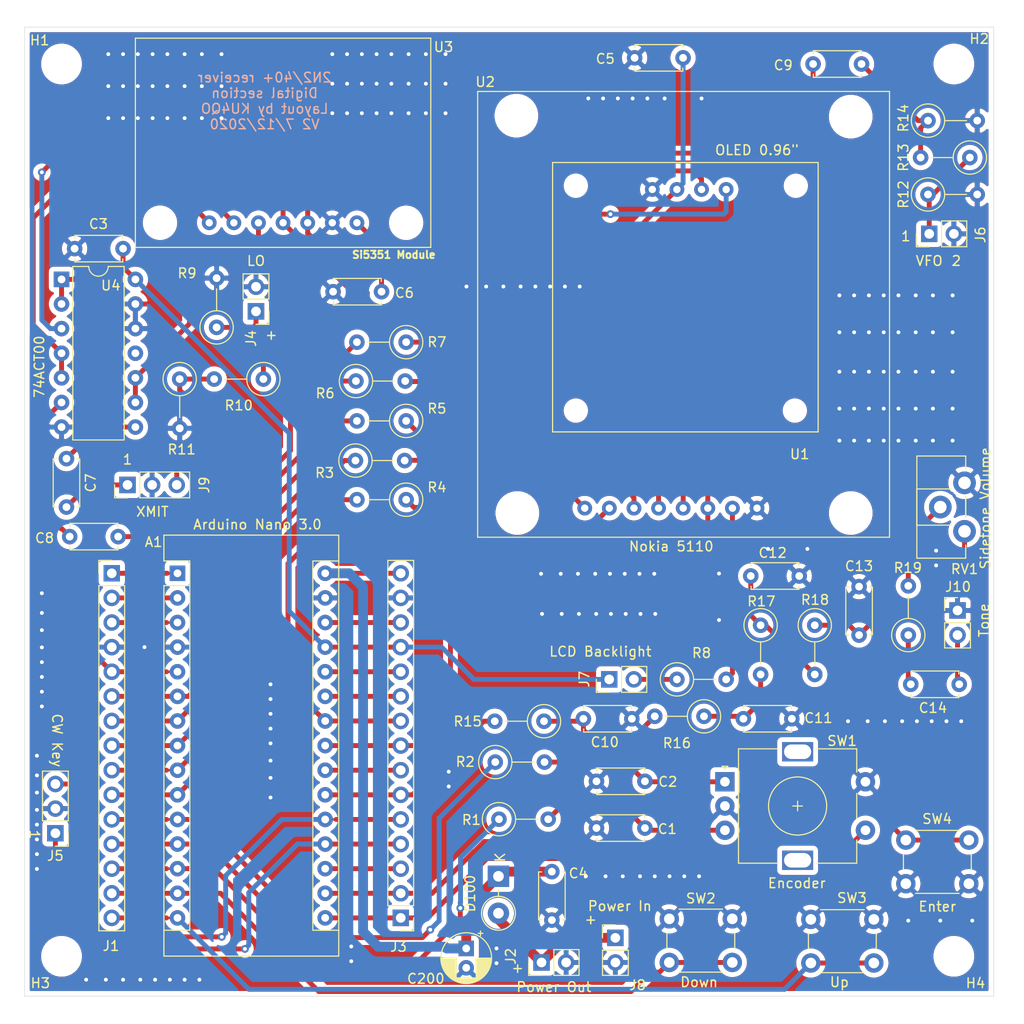
<source format=kicad_pcb>
(kicad_pcb (version 20171130) (host pcbnew "(5.1.2)-2")
  (layers (0 F.Cu signal) (31 B.Cu signal) (34 B.Paste user hide) (35 F.Paste user hide) (36 B.SilkS user) (37 F.SilkS user) (38 B.Mask user) (39 F.Mask user) (44 Edge.Cuts user))
  (net 0 "")
  (net 1 GND)
  (net 2 "Net-(C1-Pad1)")
  (net 3 "Net-(C2-Pad1)")
  (net 4 +12V)
  (net 5 "Net-(D100-Pad2)")
  (net 6 "Net-(J4-Pad1)")
  (net 7 "Net-(J6-Pad1)")
  (net 8 "Net-(A1-Pad16)")
  (net 9 "Net-(A1-Pad15)")
  (net 10 "Net-(A1-Pad14)")
  (net 11 "Net-(A1-Pad13)")
  (net 12 "Net-(A1-Pad28)")
  (net 13 "Net-(A1-Pad12)")
  (net 14 "Net-(A1-Pad11)")
  (net 15 "Net-(A1-Pad26)")
  (net 16 "Net-(A1-Pad10)")
  (net 17 "Net-(A1-Pad25)")
  (net 18 "Net-(A1-Pad9)")
  (net 19 "Net-(A1-Pad24)")
  (net 20 "Net-(A1-Pad23)")
  (net 21 "Net-(A1-Pad7)")
  (net 22 "Net-(A1-Pad22)")
  (net 23 "Net-(A1-Pad6)")
  (net 24 "Net-(A1-Pad20)")
  (net 25 "Net-(A1-Pad19)")
  (net 26 "Net-(A1-Pad3)")
  (net 27 "Net-(A1-Pad18)")
  (net 28 "Net-(A1-Pad2)")
  (net 29 "Net-(A1-Pad17)")
  (net 30 "Net-(A1-Pad1)")
  (net 31 cw)
  (net 32 clk2)
  (net 33 +5V)
  (net 34 "Net-(A1-Pad8)")
  (net 35 "Net-(J7-Pad2)")
  (net 36 "Net-(R4-Pad1)")
  (net 37 "Net-(R5-Pad1)")
  (net 38 "Net-(R7-Pad1)")
  (net 39 "Net-(R8-Pad2)")
  (net 40 "Net-(U3-Pad3)")
  (net 41 "Net-(U3-Pad2)")
  (net 42 "Net-(U3-Pad1)")
  (net 43 "Net-(U4-Pad11)")
  (net 44 "Net-(C7-Pad1)")
  (net 45 "Net-(C8-Pad2)")
  (net 46 "Net-(C8-Pad1)")
  (net 47 "Net-(C9-Pad2)")
  (net 48 "Net-(C9-Pad1)")
  (net 49 S_tone)
  (net 50 "Net-(C10-Pad1)")
  (net 51 "Net-(C11-Pad1)")
  (net 52 "Net-(C12-Pad1)")
  (net 53 "Net-(C13-Pad1)")
  (net 54 "Net-(C14-Pad2)")
  (net 55 tone)
  (net 56 "Net-(R19-Pad2)")
  (net 57 "Net-(R3-Pad2)")
  (net 58 "Net-(R6-Pad2)")
  (module Module:Arduino_Nano (layer F.Cu) (at 91.9734 100.8126)
    (fp_text reference A1 (at -2.4638 -3.2258) (layer F.SilkS))
    (fp_text value Arduino_Nano_v3.x)
    (pad 16 thru_hole oval (at 15.24 35.56) (size 1.6 1.6) (drill 0.8) (layers *.Cu *.Mask) (net 8 "Net-(A1-Pad16)"))
    (pad 15 thru_hole oval (at 0 35.56) (size 1.6 1.6) (drill 0.8) (layers *.Cu *.Mask) (net 9 "Net-(A1-Pad15)"))
    (pad 30 thru_hole oval (at 15.24 0) (size 1.6 1.6) (drill 0.8) (layers *.Cu *.Mask) (net 4 +12V))
    (pad 14 thru_hole oval (at 0 33.02) (size 1.6 1.6) (drill 0.8) (layers *.Cu *.Mask) (net 10 "Net-(A1-Pad14)"))
    (pad 29 thru_hole oval (at 15.24 2.54) (size 1.6 1.6) (drill 0.8) (layers *.Cu *.Mask) (net 1 GND))
    (pad 13 thru_hole oval (at 0 30.48) (size 1.6 1.6) (drill 0.8) (layers *.Cu *.Mask) (net 11 "Net-(A1-Pad13)"))
    (pad 28 thru_hole oval (at 15.24 5.08) (size 1.6 1.6) (drill 0.8) (layers *.Cu *.Mask) (net 12 "Net-(A1-Pad28)"))
    (pad 12 thru_hole oval (at 0 27.94) (size 1.6 1.6) (drill 0.8) (layers *.Cu *.Mask) (net 13 "Net-(A1-Pad12)"))
    (pad 27 thru_hole oval (at 15.24 7.62) (size 1.6 1.6) (drill 0.8) (layers *.Cu *.Mask) (net 33 +5V))
    (pad 11 thru_hole oval (at 0 25.4) (size 1.6 1.6) (drill 0.8) (layers *.Cu *.Mask) (net 14 "Net-(A1-Pad11)"))
    (pad 26 thru_hole oval (at 15.24 10.16) (size 1.6 1.6) (drill 0.8) (layers *.Cu *.Mask) (net 15 "Net-(A1-Pad26)"))
    (pad 10 thru_hole oval (at 0 22.86) (size 1.6 1.6) (drill 0.8) (layers *.Cu *.Mask) (net 16 "Net-(A1-Pad10)"))
    (pad 25 thru_hole oval (at 15.24 12.7) (size 1.6 1.6) (drill 0.8) (layers *.Cu *.Mask) (net 17 "Net-(A1-Pad25)"))
    (pad 9 thru_hole oval (at 0 20.32) (size 1.6 1.6) (drill 0.8) (layers *.Cu *.Mask) (net 18 "Net-(A1-Pad9)"))
    (pad 24 thru_hole oval (at 15.24 15.24) (size 1.6 1.6) (drill 0.8) (layers *.Cu *.Mask) (net 19 "Net-(A1-Pad24)"))
    (pad 8 thru_hole oval (at 0 17.78) (size 1.6 1.6) (drill 0.8) (layers *.Cu *.Mask) (net 34 "Net-(A1-Pad8)"))
    (pad 23 thru_hole oval (at 15.24 17.78) (size 1.6 1.6) (drill 0.8) (layers *.Cu *.Mask) (net 20 "Net-(A1-Pad23)"))
    (pad 7 thru_hole oval (at 0 15.24) (size 1.6 1.6) (drill 0.8) (layers *.Cu *.Mask) (net 21 "Net-(A1-Pad7)"))
    (pad 22 thru_hole oval (at 15.24 20.32) (size 1.6 1.6) (drill 0.8) (layers *.Cu *.Mask) (net 22 "Net-(A1-Pad22)"))
    (pad 6 thru_hole oval (at 0 12.7) (size 1.6 1.6) (drill 0.8) (layers *.Cu *.Mask) (net 23 "Net-(A1-Pad6)"))
    (pad 21 thru_hole oval (at 15.24 22.86) (size 1.6 1.6) (drill 0.8) (layers *.Cu *.Mask) (net 49 S_tone))
    (pad 5 thru_hole oval (at 0 10.16) (size 1.6 1.6) (drill 0.8) (layers *.Cu *.Mask) (net 31 cw))
    (pad 20 thru_hole oval (at 15.24 25.4) (size 1.6 1.6) (drill 0.8) (layers *.Cu *.Mask) (net 24 "Net-(A1-Pad20)"))
    (pad 4 thru_hole oval (at 0 7.62) (size 1.6 1.6) (drill 0.8) (layers *.Cu *.Mask) (net 1 GND))
    (pad 19 thru_hole oval (at 15.24 27.94) (size 1.6 1.6) (drill 0.8) (layers *.Cu *.Mask) (net 25 "Net-(A1-Pad19)"))
    (pad 3 thru_hole oval (at 0 5.08) (size 1.6 1.6) (drill 0.8) (layers *.Cu *.Mask) (net 26 "Net-(A1-Pad3)"))
    (pad 18 thru_hole oval (at 15.24 30.48) (size 1.6 1.6) (drill 0.8) (layers *.Cu *.Mask) (net 27 "Net-(A1-Pad18)"))
    (pad 2 thru_hole oval (at 0 2.54) (size 1.6 1.6) (drill 0.8) (layers *.Cu *.Mask) (net 28 "Net-(A1-Pad2)"))
    (pad 17 thru_hole oval (at 15.24 33.02) (size 1.6 1.6) (drill 0.8) (layers *.Cu *.Mask) (net 29 "Net-(A1-Pad17)"))
    (pad 1 thru_hole rect (at 0 0) (size 1.6 1.6) (drill 0.8) (layers *.Cu *.Mask) (net 30 "Net-(A1-Pad1)"))
  )
  (module oled:si5351-module (layer F.Cu) (at 102.87 56.515)
    (fp_text reference U3 (at 16.5608 -10.0076) (layer F.SilkS))
    (fp_text value si5351-module)
    (pad "" np_thru_hole circle (at 12.7 8.128) (size 2.54 2.54) (drill 2.54) (layers *.Cu *.Mask))
    (pad "" np_thru_hole circle (at -12.7 8.128) (size 2.54 2.54) (drill 2.54) (layers *.Cu *.Mask))
    (pad 7 thru_hole circle (at 7.62 8.128) (size 1.524 1.524) (drill 0.762) (layers *.Cu *.Mask) (net 29 "Net-(A1-Pad17)"))
    (pad 6 thru_hole circle (at 5.08 8.128) (size 1.524 1.524) (drill 0.762) (layers *.Cu *.Mask) (net 1 GND))
    (pad 5 thru_hole circle (at 2.54 8.128) (size 1.524 1.524) (drill 0.762) (layers *.Cu *.Mask) (net 20 "Net-(A1-Pad23)"))
    (pad 4 thru_hole circle (at 0 8.128) (size 1.524 1.524) (drill 0.762) (layers *.Cu *.Mask) (net 19 "Net-(A1-Pad24)"))
    (pad 3 thru_hole circle (at -2.54 8.128) (size 1.524 1.524) (drill 0.762) (layers *.Cu *.Mask) (net 40 "Net-(U3-Pad3)"))
    (pad 2 thru_hole circle (at -5.08 8.128) (size 1.524 1.524) (drill 0.762) (layers *.Cu *.Mask) (net 41 "Net-(U3-Pad2)"))
    (pad 1 thru_hole circle (at -7.62 8.128) (size 1.524 1.524) (drill 0.762) (layers *.Cu *.Mask) (net 42 "Net-(U3-Pad1)"))
  )
  (module Resistor_THT:R_Axial_DIN0309_L9.0mm_D3.2mm_P5.08mm_Vertical (layer F.Cu) (at 110.3884 80.9752)
    (fp_text reference R6 (at -3.175 1.27) (layer F.SilkS))
    (fp_text value 10k)
    (pad 2 thru_hole oval (at 5.08 0) (size 1.6 1.6) (drill 0.8) (layers *.Cu *.Mask) (net 58 "Net-(R6-Pad2)"))
    (pad 1 thru_hole circle (at 0 0) (size 1.6 1.6) (drill 0.8) (layers *.Cu *.Mask) (net 21 "Net-(A1-Pad7)"))
  )
  (module Potentiometer_THT:Potentiometer_Piher_PT-10-H01_Horizontal (layer F.Cu) (at 173.188 96.48 180)
    (fp_text reference RV1 (at 0 -3.9) (layer F.SilkS))
    (fp_text value R_POT)
    (pad 1 thru_hole circle (at 0 0 180) (size 2.34 2.34) (drill 1.3) (layers *.Cu *.Mask) (net 53 "Net-(C13-Pad1)"))
    (pad 2 thru_hole circle (at 2.5 2.5 180) (size 2.34 2.34) (drill 1.3) (layers *.Cu *.Mask) (net 56 "Net-(R19-Pad2)"))
    (pad 3 thru_hole circle (at 0 5 180) (size 2.34 2.34) (drill 1.3) (layers *.Cu *.Mask) (net 1 GND))
  )
  (module Resistor_THT:R_Axial_DIN0309_L9.0mm_D3.2mm_P5.08mm_Vertical (layer F.Cu) (at 167.386 107.188 90)
    (fp_text reference R19 (at 6.9342 -0.0508) (layer F.SilkS))
    (fp_text value 10k)
    (pad 2 thru_hole oval (at 5.08 0 90) (size 1.6 1.6) (drill 0.8) (layers *.Cu *.Mask) (net 56 "Net-(R19-Pad2)"))
    (pad 1 thru_hole circle (at 0 0 90) (size 1.6 1.6) (drill 0.8) (layers *.Cu *.Mask) (net 54 "Net-(C14-Pad2)"))
  )
  (module Resistor_THT:R_Axial_DIN0309_L9.0mm_D3.2mm_P5.08mm_Vertical (layer F.Cu) (at 157.734 106.172 270)
    (fp_text reference R18 (at -2.6162 -0.0254 180) (layer F.SilkS))
    (fp_text value 1k)
    (pad 2 thru_hole oval (at 5.08 0 270) (size 1.6 1.6) (drill 0.8) (layers *.Cu *.Mask) (net 52 "Net-(C12-Pad1)"))
    (pad 1 thru_hole circle (at 0 0 270) (size 1.6 1.6) (drill 0.8) (layers *.Cu *.Mask) (net 53 "Net-(C13-Pad1)"))
  )
  (module Resistor_THT:R_Axial_DIN0309_L9.0mm_D3.2mm_P5.08mm_Vertical (layer F.Cu) (at 152.146 106.172 270)
    (fp_text reference R17 (at -2.4638 -0.0762 180) (layer F.SilkS))
    (fp_text value 1k)
    (pad 2 thru_hole oval (at 5.08 0 270) (size 1.6 1.6) (drill 0.8) (layers *.Cu *.Mask) (net 51 "Net-(C11-Pad1)"))
    (pad 1 thru_hole circle (at 0 0 270) (size 1.6 1.6) (drill 0.8) (layers *.Cu *.Mask) (net 52 "Net-(C12-Pad1)"))
  )
  (module Resistor_THT:R_Axial_DIN0309_L9.0mm_D3.2mm_P5.08mm_Vertical (layer F.Cu) (at 146.304 115.57 180)
    (fp_text reference R16 (at 2.794 -2.7686) (layer F.SilkS))
    (fp_text value 1k)
    (pad 2 thru_hole oval (at 5.08 0 180) (size 1.6 1.6) (drill 0.8) (layers *.Cu *.Mask) (net 50 "Net-(C10-Pad1)"))
    (pad 1 thru_hole circle (at 0 0 180) (size 1.6 1.6) (drill 0.8) (layers *.Cu *.Mask) (net 51 "Net-(C11-Pad1)"))
  )
  (module Resistor_THT:R_Axial_DIN0309_L9.0mm_D3.2mm_P5.08mm_Vertical (layer F.Cu) (at 129.794 116.078 180)
    (fp_text reference R15 (at 7.874 -0.0254) (layer F.SilkS))
    (fp_text value 1k)
    (pad 2 thru_hole oval (at 5.08 0 180) (size 1.6 1.6) (drill 0.8) (layers *.Cu *.Mask) (net 49 S_tone))
    (pad 1 thru_hole circle (at 0 0 180) (size 1.6 1.6) (drill 0.8) (layers *.Cu *.Mask) (net 50 "Net-(C10-Pad1)"))
  )
  (module Connector_PinHeader_2.54mm:PinHeader_1x02_P2.54mm_Vertical (layer F.Cu) (at 172.466 104.648)
    (fp_text reference J10 (at 0.0508 -2.4384) (layer F.SilkS))
    (fp_text value tone)
    (pad 2 thru_hole oval (at 0 2.54) (size 1.7 1.7) (drill 1) (layers *.Cu *.Mask) (net 55 tone))
    (pad 1 thru_hole rect (at 0 0) (size 1.7 1.7) (drill 1) (layers *.Cu *.Mask) (net 1 GND))
  )
  (module Capacitor_THT:C_Disc_D4.7mm_W2.5mm_P5.00mm (layer F.Cu) (at 172.64 112.268 180)
    (fp_text reference C14 (at 2.714 -2.4384) (layer F.SilkS))
    (fp_text value 0.1uF)
    (pad 2 thru_hole circle (at 5 0 180) (size 1.6 1.6) (drill 0.8) (layers *.Cu *.Mask) (net 54 "Net-(C14-Pad2)"))
    (pad 1 thru_hole circle (at 0 0 180) (size 1.6 1.6) (drill 0.8) (layers *.Cu *.Mask) (net 55 tone))
  )
  (module Capacitor_THT:C_Disc_D4.7mm_W2.5mm_P5.00mm (layer F.Cu) (at 162.306 107.188 90)
    (fp_text reference C13 (at 7.112 0 180) (layer F.SilkS))
    (fp_text value 0.1uF)
    (pad 2 thru_hole circle (at 5 0 90) (size 1.6 1.6) (drill 0.8) (layers *.Cu *.Mask) (net 1 GND))
    (pad 1 thru_hole circle (at 0 0 90) (size 1.6 1.6) (drill 0.8) (layers *.Cu *.Mask) (net 53 "Net-(C13-Pad1)"))
  )
  (module Capacitor_THT:C_Disc_D4.7mm_W2.5mm_P5.00mm (layer F.Cu) (at 151.13 101.092)
    (fp_text reference C12 (at 2.2606 -2.3876) (layer F.SilkS))
    (fp_text value 0.1uF)
    (pad 2 thru_hole circle (at 5 0) (size 1.6 1.6) (drill 0.8) (layers *.Cu *.Mask) (net 1 GND))
    (pad 1 thru_hole circle (at 0 0) (size 1.6 1.6) (drill 0.8) (layers *.Cu *.Mask) (net 52 "Net-(C12-Pad1)"))
  )
  (module Capacitor_THT:C_Disc_D4.7mm_W2.5mm_P5.00mm (layer F.Cu) (at 150.368 115.824)
    (fp_text reference C11 (at 7.747 -0.0762) (layer F.SilkS))
    (fp_text value 0.1uF)
    (pad 2 thru_hole circle (at 5 0) (size 1.6 1.6) (drill 0.8) (layers *.Cu *.Mask) (net 1 GND))
    (pad 1 thru_hole circle (at 0 0) (size 1.6 1.6) (drill 0.8) (layers *.Cu *.Mask) (net 51 "Net-(C11-Pad1)"))
  )
  (module Capacitor_THT:C_Disc_D4.7mm_W2.5mm_P5.00mm (layer F.Cu) (at 133.858 115.824)
    (fp_text reference C10 (at 2.2098 2.413) (layer F.SilkS))
    (fp_text value 0.1uF)
    (pad 2 thru_hole circle (at 5 0) (size 1.6 1.6) (drill 0.8) (layers *.Cu *.Mask) (net 1 GND))
    (pad 1 thru_hole circle (at 0 0) (size 1.6 1.6) (drill 0.8) (layers *.Cu *.Mask) (net 50 "Net-(C10-Pad1)"))
  )
  (module Capacitor_THT:C_Disc_D4.7mm_W2.5mm_P5.00mm (layer F.Cu) (at 157.56 48.26)
    (fp_text reference C9 (at -3.0772 0.127) (layer F.SilkS))
    (fp_text value 0.1uF)
    (pad 2 thru_hole circle (at 5 0) (size 1.6 1.6) (drill 0.8) (layers *.Cu *.Mask) (net 47 "Net-(C9-Pad2)"))
    (pad 1 thru_hole circle (at 0 0) (size 1.6 1.6) (drill 0.8) (layers *.Cu *.Mask) (net 48 "Net-(C9-Pad1)"))
  )
  (module Capacitor_THT:C_Disc_D4.7mm_W2.5mm_P5.00mm (layer F.Cu) (at 80.852 97.028)
    (fp_text reference C8 (at -2.5946 0.1524) (layer F.SilkS))
    (fp_text value 0.1uF)
    (pad 2 thru_hole circle (at 5 0) (size 1.6 1.6) (drill 0.8) (layers *.Cu *.Mask) (net 45 "Net-(C8-Pad2)"))
    (pad 1 thru_hole circle (at 0 0) (size 1.6 1.6) (drill 0.8) (layers *.Cu *.Mask) (net 46 "Net-(C8-Pad1)"))
  )
  (module Capacitor_THT:C_Disc_D4.7mm_W2.5mm_P5.00mm (layer F.Cu) (at 80.518 88.98 270)
    (fp_text reference C7 (at 2.5 -2.5 90) (layer F.SilkS))
    (fp_text value 0.1uF)
    (pad 2 thru_hole circle (at 5 0 270) (size 1.6 1.6) (drill 0.8) (layers *.Cu *.Mask) (net 32 clk2))
    (pad 1 thru_hole circle (at 0 0 270) (size 1.6 1.6) (drill 0.8) (layers *.Cu *.Mask) (net 44 "Net-(C7-Pad1)"))
  )
  (module Button_Switch_THT:SW_PUSH_6mm_H5mm (layer F.Cu) (at 167.132 128.342)
    (fp_text reference SW4 (at 3.2258 -2.1802) (layer F.SilkS))
    (fp_text value Enter)
    (pad 1 thru_hole circle (at 6.5 0 90) (size 2 2) (drill 1.1) (layers *.Cu *.Mask) (net 8 "Net-(A1-Pad16)"))
    (pad 2 thru_hole circle (at 6.5 4.5 90) (size 2 2) (drill 1.1) (layers *.Cu *.Mask) (net 1 GND))
    (pad 1 thru_hole circle (at 0 0 90) (size 2 2) (drill 1.1) (layers *.Cu *.Mask) (net 8 "Net-(A1-Pad16)"))
    (pad 2 thru_hole circle (at 0 4.5 90) (size 2 2) (drill 1.1) (layers *.Cu *.Mask) (net 1 GND))
  )
  (module Resistor_THT:R_Axial_DIN0309_L9.0mm_D3.2mm_P5.08mm_Vertical (layer F.Cu) (at 169.418 54.102)
    (fp_text reference R14 (at -2.54 -0.254 90) (layer F.SilkS))
    (fp_text value 10k)
    (pad 2 thru_hole oval (at 5.08 0) (size 1.6 1.6) (drill 0.8) (layers *.Cu *.Mask) (net 1 GND))
    (pad 1 thru_hole circle (at 0 0) (size 1.6 1.6) (drill 0.8) (layers *.Cu *.Mask) (net 47 "Net-(C9-Pad2)"))
  )
  (module Resistor_THT:R_Axial_DIN0309_L9.0mm_D3.2mm_P5.08mm_Vertical (layer F.Cu) (at 173.736 57.912 180)
    (fp_text reference R13 (at 6.858 0 90) (layer F.SilkS))
    (fp_text value 10k)
    (pad 2 thru_hole oval (at 5.08 0 180) (size 1.6 1.6) (drill 0.8) (layers *.Cu *.Mask) (net 47 "Net-(C9-Pad2)"))
    (pad 1 thru_hole circle (at 0 0 180) (size 1.6 1.6) (drill 0.8) (layers *.Cu *.Mask) (net 7 "Net-(J6-Pad1)"))
  )
  (module Resistor_THT:R_Axial_DIN0309_L9.0mm_D3.2mm_P5.08mm_Vertical (layer F.Cu) (at 92.202 80.772 270)
    (fp_text reference R11 (at 7.2644 -0.2032 180) (layer F.SilkS))
    (fp_text value 10k)
    (pad 2 thru_hole oval (at 5.08 0 270) (size 1.6 1.6) (drill 0.8) (layers *.Cu *.Mask) (net 1 GND))
    (pad 1 thru_hole circle (at 0 0 270) (size 1.6 1.6) (drill 0.8) (layers *.Cu *.Mask) (net 45 "Net-(C8-Pad2)"))
  )
  (module Resistor_THT:R_Axial_DIN0309_L9.0mm_D3.2mm_P5.08mm_Vertical (layer F.Cu) (at 169.418 61.722)
    (fp_text reference R12 (at -2.54 0 90) (layer F.SilkS))
    (fp_text value 10k)
    (pad 2 thru_hole oval (at 5.08 0) (size 1.6 1.6) (drill 0.8) (layers *.Cu *.Mask) (net 1 GND))
    (pad 1 thru_hole circle (at 0 0) (size 1.6 1.6) (drill 0.8) (layers *.Cu *.Mask) (net 7 "Net-(J6-Pad1)"))
  )
  (module Resistor_THT:R_Axial_DIN0309_L9.0mm_D3.2mm_P5.08mm_Vertical (layer F.Cu) (at 100.838 80.772 180)
    (fp_text reference R10 (at 2.54 -2.72) (layer F.SilkS))
    (fp_text value 10k)
    (pad 2 thru_hole oval (at 5.08 0 180) (size 1.6 1.6) (drill 0.8) (layers *.Cu *.Mask) (net 45 "Net-(C8-Pad2)"))
    (pad 1 thru_hole circle (at 0 0 180) (size 1.6 1.6) (drill 0.8) (layers *.Cu *.Mask) (net 6 "Net-(J4-Pad1)"))
  )
  (module Resistor_THT:R_Axial_DIN0309_L9.0mm_D3.2mm_P5.08mm_Vertical (layer F.Cu) (at 96.012 75.438 90)
    (fp_text reference R9 (at 5.588 -3.048 180) (layer F.SilkS))
    (fp_text value 10k)
    (pad 2 thru_hole oval (at 5.08 0 90) (size 1.6 1.6) (drill 0.8) (layers *.Cu *.Mask) (net 1 GND))
    (pad 1 thru_hole circle (at 0 0 90) (size 1.6 1.6) (drill 0.8) (layers *.Cu *.Mask) (net 6 "Net-(J4-Pad1)"))
  )
  (module Connector_PinHeader_2.54mm:PinHeader_1x02_P2.54mm_Vertical (layer F.Cu) (at 137.16 138.43)
    (fp_text reference J8 (at 2.286 4.8768) (layer F.SilkS))
    (fp_text value "Power In")
    (pad 2 thru_hole oval (at 0 2.54) (size 1.7 1.7) (drill 1) (layers *.Cu *.Mask) (net 1 GND))
    (pad 1 thru_hole rect (at 0 0) (size 1.7 1.7) (drill 1) (layers *.Cu *.Mask) (net 5 "Net-(D100-Pad2)"))
  )
  (module Package_DIP:DIP-14_W7.62mm (layer F.Cu) (at 80.01 70.485)
    (fp_text reference U4 (at 5.08 0.635) (layer F.SilkS))
    (fp_text value 74HC00)
    (pad 14 thru_hole oval (at 7.62 0) (size 1.6 1.6) (drill 0.8) (layers *.Cu *.Mask) (net 33 +5V))
    (pad 7 thru_hole oval (at 0 15.24) (size 1.6 1.6) (drill 0.8) (layers *.Cu *.Mask) (net 1 GND))
    (pad 13 thru_hole oval (at 7.62 2.54) (size 1.6 1.6) (drill 0.8) (layers *.Cu *.Mask) (net 1 GND))
    (pad 6 thru_hole oval (at 0 12.7) (size 1.6 1.6) (drill 0.8) (layers *.Cu *.Mask) (net 46 "Net-(C8-Pad1)"))
    (pad 12 thru_hole oval (at 7.62 5.08) (size 1.6 1.6) (drill 0.8) (layers *.Cu *.Mask) (net 1 GND))
    (pad 5 thru_hole oval (at 0 10.16) (size 1.6 1.6) (drill 0.8) (layers *.Cu *.Mask) (net 41 "Net-(U3-Pad2)"))
    (pad 11 thru_hole oval (at 7.62 7.62) (size 1.6 1.6) (drill 0.8) (layers *.Cu *.Mask) (net 43 "Net-(U4-Pad11)"))
    (pad 4 thru_hole oval (at 0 7.62) (size 1.6 1.6) (drill 0.8) (layers *.Cu *.Mask) (net 41 "Net-(U3-Pad2)"))
    (pad 10 thru_hole oval (at 7.62 10.16) (size 1.6 1.6) (drill 0.8) (layers *.Cu *.Mask) (net 40 "Net-(U3-Pad3)"))
    (pad 3 thru_hole oval (at 0 5.08) (size 1.6 1.6) (drill 0.8) (layers *.Cu *.Mask) (net 48 "Net-(C9-Pad1)"))
    (pad 9 thru_hole oval (at 7.62 12.7) (size 1.6 1.6) (drill 0.8) (layers *.Cu *.Mask) (net 40 "Net-(U3-Pad3)"))
    (pad 2 thru_hole oval (at 0 2.54) (size 1.6 1.6) (drill 0.8) (layers *.Cu *.Mask) (net 42 "Net-(U3-Pad1)"))
    (pad 8 thru_hole oval (at 7.62 15.24) (size 1.6 1.6) (drill 0.8) (layers *.Cu *.Mask) (net 44 "Net-(C7-Pad1)"))
    (pad 1 thru_hole rect (at 0 0) (size 1.6 1.6) (drill 0.8) (layers *.Cu *.Mask) (net 42 "Net-(U3-Pad1)"))
  )
  (module Capacitor_THT:C_Disc_D4.7mm_W2.5mm_P5.00mm (layer F.Cu) (at 113.03 71.755 180)
    (fp_text reference C6 (at -2.3622 -0.127) (layer F.SilkS))
    (fp_text value 0.1uF)
    (pad 2 thru_hole circle (at 5 0 180) (size 1.6 1.6) (drill 0.8) (layers *.Cu *.Mask) (net 1 GND))
    (pad 1 thru_hole circle (at 0 0 180) (size 1.6 1.6) (drill 0.8) (layers *.Cu *.Mask) (net 29 "Net-(A1-Pad17)"))
  )
  (module Capacitor_THT:C_Disc_D4.7mm_W2.5mm_P5.00mm (layer F.Cu) (at 144.145 47.625 180)
    (fp_text reference C5 (at 8.0264 -0.1016) (layer F.SilkS))
    (fp_text value 0.1uF)
    (pad 2 thru_hole circle (at 5 0 180) (size 1.6 1.6) (drill 0.8) (layers *.Cu *.Mask) (net 1 GND))
    (pad 1 thru_hole circle (at 0 0 180) (size 1.6 1.6) (drill 0.8) (layers *.Cu *.Mask) (net 29 "Net-(A1-Pad17)"))
  )
  (module Capacitor_THT:C_Disc_D4.7mm_W2.5mm_P5.00mm (layer F.Cu) (at 86.36 67.31 180)
    (fp_text reference C3 (at 2.54 2.54) (layer F.SilkS))
    (fp_text value 0.1uF)
    (pad 2 thru_hole circle (at 5 0 180) (size 1.6 1.6) (drill 0.8) (layers *.Cu *.Mask) (net 1 GND))
    (pad 1 thru_hole circle (at 0 0 180) (size 1.6 1.6) (drill 0.8) (layers *.Cu *.Mask) (net 33 +5V))
  )
  (module Button_Switch_THT:SW_PUSH_6mm_H5mm (layer F.Cu) (at 163.83 141.025 180)
    (fp_text reference SW3 (at 2.2606 6.7098) (layer F.SilkS))
    (fp_text value UP)
    (pad 1 thru_hole circle (at 6.5 0 270) (size 2 2) (drill 1.1) (layers *.Cu *.Mask) (net 9 "Net-(A1-Pad15)"))
    (pad 2 thru_hole circle (at 6.5 4.5 270) (size 2 2) (drill 1.1) (layers *.Cu *.Mask) (net 1 GND))
    (pad 1 thru_hole circle (at 0 0 270) (size 2 2) (drill 1.1) (layers *.Cu *.Mask) (net 9 "Net-(A1-Pad15)"))
    (pad 2 thru_hole circle (at 0 4.5 270) (size 2 2) (drill 1.1) (layers *.Cu *.Mask) (net 1 GND))
  )
  (module Button_Switch_THT:SW_PUSH_6mm_H5mm (layer F.Cu) (at 149.225 140.97 180)
    (fp_text reference SW2 (at 3.25 6.604) (layer F.SilkS))
    (fp_text value DOWN)
    (pad 1 thru_hole circle (at 6.5 0 270) (size 2 2) (drill 1.1) (layers *.Cu *.Mask) (net 10 "Net-(A1-Pad14)"))
    (pad 2 thru_hole circle (at 6.5 4.5 270) (size 2 2) (drill 1.1) (layers *.Cu *.Mask) (net 1 GND))
    (pad 1 thru_hole circle (at 0 0 270) (size 2 2) (drill 1.1) (layers *.Cu *.Mask) (net 10 "Net-(A1-Pad14)"))
    (pad 2 thru_hole circle (at 0 4.5 270) (size 2 2) (drill 1.1) (layers *.Cu *.Mask) (net 1 GND))
  )
  (module Resistor_THT:R_Axial_DIN0309_L9.0mm_D3.2mm_P5.08mm_Vertical (layer F.Cu) (at 143.51 111.76)
    (fp_text reference R8 (at 2.54 -2.72) (layer F.SilkS))
    (fp_text value 330)
    (pad 2 thru_hole oval (at 5.08 0) (size 1.6 1.6) (drill 0.8) (layers *.Cu *.Mask) (net 39 "Net-(R8-Pad2)"))
    (pad 1 thru_hole circle (at 0 0) (size 1.6 1.6) (drill 0.8) (layers *.Cu *.Mask) (net 35 "Net-(J7-Pad2)"))
  )
  (module Resistor_THT:R_Axial_DIN0309_L9.0mm_D3.2mm_P5.08mm_Vertical (layer F.Cu) (at 115.57 76.962 180)
    (fp_text reference R7 (at -3.175 0) (layer F.SilkS))
    (fp_text value 10k)
    (pad 2 thru_hole oval (at 5.08 0 180) (size 1.6 1.6) (drill 0.8) (layers *.Cu *.Mask) (net 23 "Net-(A1-Pad6)"))
    (pad 1 thru_hole circle (at 0 0 180) (size 1.6 1.6) (drill 0.8) (layers *.Cu *.Mask) (net 38 "Net-(R7-Pad1)"))
  )
  (module Resistor_THT:R_Axial_DIN0309_L9.0mm_D3.2mm_P5.08mm_Vertical (layer F.Cu) (at 115.57 85.09 180)
    (fp_text reference R5 (at -3.175 1.27) (layer F.SilkS))
    (fp_text value 10k)
    (pad 2 thru_hole oval (at 5.08 0 180) (size 1.6 1.6) (drill 0.8) (layers *.Cu *.Mask) (net 34 "Net-(A1-Pad8)"))
    (pad 1 thru_hole circle (at 0 0 180) (size 1.6 1.6) (drill 0.8) (layers *.Cu *.Mask) (net 37 "Net-(R5-Pad1)"))
  )
  (module Resistor_THT:R_Axial_DIN0309_L9.0mm_D3.2mm_P5.08mm_Vertical (layer F.Cu) (at 115.57 93.218 180)
    (fp_text reference R4 (at -3.175 1.27) (layer F.SilkS))
    (fp_text value 1k)
    (pad 2 thru_hole oval (at 5.08 0 180) (size 1.6 1.6) (drill 0.8) (layers *.Cu *.Mask) (net 16 "Net-(A1-Pad10)"))
    (pad 1 thru_hole circle (at 0 0 180) (size 1.6 1.6) (drill 0.8) (layers *.Cu *.Mask) (net 36 "Net-(R4-Pad1)"))
  )
  (module Resistor_THT:R_Axial_DIN0309_L9.0mm_D3.2mm_P5.08mm_Vertical (layer F.Cu) (at 110.3376 89.1794)
    (fp_text reference R3 (at -3.175 1.27) (layer F.SilkS))
    (fp_text value 10k)
    (pad 2 thru_hole oval (at 5.08 0) (size 1.6 1.6) (drill 0.8) (layers *.Cu *.Mask) (net 57 "Net-(R3-Pad2)"))
    (pad 1 thru_hole circle (at 0 0) (size 1.6 1.6) (drill 0.8) (layers *.Cu *.Mask) (net 18 "Net-(A1-Pad9)"))
  )
  (module Connector_PinHeader_2.54mm:PinHeader_1x02_P2.54mm_Vertical (layer F.Cu) (at 136.525 111.76 90)
    (fp_text reference J7 (at 0.0254 -2.5654 90) (layer F.SilkS))
    (fp_text value backlight)
    (pad 2 thru_hole oval (at 0 2.54 90) (size 1.7 1.7) (drill 1) (layers *.Cu *.Mask) (net 35 "Net-(J7-Pad2)"))
    (pad 1 thru_hole rect (at 0 0 90) (size 1.7 1.7) (drill 1) (layers *.Cu *.Mask) (net 33 +5V))
  )
  (module oled:oled096 (layer F.Cu) (at 144.78 73.025)
    (fp_text reference U1 (at 11.4 15.5) (layer F.SilkS))
    (fp_text value OLED-096)
    (pad "" np_thru_hole circle (at -11.7 11) (size 1.5 1.5) (drill 1.5) (layers *.Cu *.Mask))
    (pad "" np_thru_hole circle (at 10.9 11) (size 1.5 1.5) (drill 1.5) (layers *.Cu *.Mask))
    (pad "" np_thru_hole circle (at 11 -12.2) (size 1.5 1.5) (drill 1.5) (layers *.Cu *.Mask))
    (pad "" np_thru_hole circle (at -11.7 -12.2) (size 1.5 1.5) (drill 1.5) (layers *.Cu *.Mask))
    (pad 4 thru_hole circle (at 3.81 -11.82) (size 1.524 1.524) (drill 0.762) (layers *.Cu *.Mask) (net 20 "Net-(A1-Pad23)"))
    (pad 3 thru_hole circle (at 1.27 -11.82) (size 1.524 1.524) (drill 0.762) (layers *.Cu *.Mask) (net 19 "Net-(A1-Pad24)"))
    (pad 2 thru_hole circle (at -1.27 -11.82) (size 1.524 1.524) (drill 0.762) (layers *.Cu *.Mask) (net 29 "Net-(A1-Pad17)"))
    (pad 1 thru_hole circle (at -3.81 -11.82) (size 1.524 1.524) (drill 0.762) (layers *.Cu *.Mask) (net 1 GND))
  )
  (module 2n2-v3-digital:Nokia5110 (layer F.Cu) (at 144.2466 74.0918)
    (fp_text reference U2 (at -20.5232 -23.9776) (layer F.SilkS))
    (fp_text value Nokia5110)
    (pad "" np_thru_hole circle (at -17.3 -20.5) (size 3.5 3.5) (drill 3.5) (layers *.Cu *.Mask))
    (pad "" np_thru_hole circle (at 17.2 -20.4) (size 3.5 3.5) (drill 3.5) (layers *.Cu *.Mask))
    (pad "" np_thru_hole circle (at 17.2 20.5) (size 3.5 3.5) (drill 3.5) (layers *.Cu *.Mask))
    (pad "" np_thru_hole circle (at -17.2 20.5) (size 3.5 3.5) (drill 3.5) (layers *.Cu *.Mask))
    (pad 8 thru_hole circle (at 7.53 20) (size 1.524 1.524) (drill 0.762) (layers *.Cu *.Mask) (net 1 GND))
    (pad 7 thru_hole circle (at 4.99 20) (size 1.524 1.524) (drill 0.762) (layers *.Cu *.Mask) (net 39 "Net-(R8-Pad2)"))
    (pad 6 thru_hole circle (at 2.45 20) (size 1.524 1.524) (drill 0.762) (layers *.Cu *.Mask) (net 29 "Net-(A1-Pad17)"))
    (pad 5 thru_hole circle (at -0.09 20) (size 1.524 1.524) (drill 0.762) (layers *.Cu *.Mask) (net 38 "Net-(R7-Pad1)"))
    (pad 4 thru_hole circle (at -2.63 20) (size 1.524 1.524) (drill 0.762) (layers *.Cu *.Mask) (net 58 "Net-(R6-Pad2)"))
    (pad 3 thru_hole circle (at -5.17 20) (size 1.524 1.524) (drill 0.762) (layers *.Cu *.Mask) (net 37 "Net-(R5-Pad1)"))
    (pad 2 thru_hole circle (at -7.71 20) (size 1.524 1.524) (drill 0.762) (layers *.Cu *.Mask) (net 36 "Net-(R4-Pad1)"))
    (pad 1 thru_hole circle (at -10.25 20) (size 1.524 1.524) (drill 0.762) (layers *.Cu *.Mask) (net 57 "Net-(R3-Pad2)"))
  )
  (module Resistor_THT:R_Axial_DIN0309_L9.0mm_D3.2mm_P5.08mm_Vertical (layer F.Cu) (at 124.7648 120.2944)
    (fp_text reference R2 (at -3.0988 -0.0254) (layer F.SilkS))
    (fp_text value 10k)
    (pad 2 thru_hole oval (at 5.08 0) (size 1.6 1.6) (drill 0.8) (layers *.Cu *.Mask) (net 3 "Net-(C2-Pad1)"))
    (pad 1 thru_hole circle (at 0 0) (size 1.6 1.6) (drill 0.8) (layers *.Cu *.Mask) (net 14 "Net-(A1-Pad11)"))
  )
  (module Resistor_THT:R_Axial_DIN0309_L9.0mm_D3.2mm_P5.08mm_Vertical (layer F.Cu) (at 125.1458 126.1872)
    (fp_text reference R1 (at -2.8448 0.0762) (layer F.SilkS))
    (fp_text value 10k)
    (pad 2 thru_hole oval (at 5.08 0) (size 1.6 1.6) (drill 0.8) (layers *.Cu *.Mask) (net 2 "Net-(C1-Pad1)"))
    (pad 1 thru_hole circle (at 0 0) (size 1.6 1.6) (drill 0.8) (layers *.Cu *.Mask) (net 13 "Net-(A1-Pad12)"))
  )
  (module Connector_PinHeader_2.54mm:PinHeader_1x03_P2.54mm_Vertical (layer F.Cu) (at 79.375 127.635 180)
    (fp_text reference J5 (at 0 -2.33) (layer F.SilkS))
    (fp_text value KEY)
    (pad 3 thru_hole oval (at 0 5.08 180) (size 1.7 1.7) (drill 1) (layers *.Cu *.Mask) (net 24 "Net-(A1-Pad20)"))
    (pad 2 thru_hole oval (at 0 2.54 180) (size 1.7 1.7) (drill 1) (layers *.Cu *.Mask) (net 1 GND))
    (pad 1 thru_hole rect (at 0 0 180) (size 1.7 1.7) (drill 1) (layers *.Cu *.Mask) (net 25 "Net-(A1-Pad19)"))
  )
  (module Capacitor_THT:C_Disc_D4.7mm_W2.5mm_P5.00mm (layer F.Cu) (at 140.208 122.2756 180)
    (fp_text reference C2 (at -2.3622 -0.0508) (layer F.SilkS))
    (fp_text value 0.01uF)
    (pad 2 thru_hole circle (at 5 0 180) (size 1.6 1.6) (drill 0.8) (layers *.Cu *.Mask) (net 1 GND))
    (pad 1 thru_hole circle (at 0 0 180) (size 1.6 1.6) (drill 0.8) (layers *.Cu *.Mask) (net 3 "Net-(C2-Pad1)"))
  )
  (module Capacitor_THT:C_Disc_D4.7mm_W2.5mm_P5.00mm (layer F.Cu) (at 140.208 127.1016 180)
    (fp_text reference C1 (at -2.3114 -0.1016) (layer F.SilkS))
    (fp_text value 0.01uF)
    (pad 2 thru_hole circle (at 5 0 180) (size 1.6 1.6) (drill 0.8) (layers *.Cu *.Mask) (net 1 GND))
    (pad 1 thru_hole circle (at 0 0 180) (size 1.6 1.6) (drill 0.8) (layers *.Cu *.Mask) (net 2 "Net-(C1-Pad1)"))
  )
  (module Connector_PinHeader_2.54mm:PinHeader_1x15_P2.54mm_Vertical (layer F.Cu) (at 115.0112 136.3726 180)
    (fp_text reference J3 (at 0.2286 -2.9718) (layer F.SilkS))
    (fp_text value Conn_01x15_Female)
    (pad 15 thru_hole oval (at 0 35.56 180) (size 1.7 1.7) (drill 1) (layers *.Cu *.Mask) (net 4 +12V))
    (pad 14 thru_hole oval (at 0 33.02 180) (size 1.7 1.7) (drill 1) (layers *.Cu *.Mask) (net 1 GND))
    (pad 13 thru_hole oval (at 0 30.48 180) (size 1.7 1.7) (drill 1) (layers *.Cu *.Mask) (net 12 "Net-(A1-Pad28)"))
    (pad 12 thru_hole oval (at 0 27.94 180) (size 1.7 1.7) (drill 1) (layers *.Cu *.Mask) (net 33 +5V))
    (pad 11 thru_hole oval (at 0 25.4 180) (size 1.7 1.7) (drill 1) (layers *.Cu *.Mask) (net 15 "Net-(A1-Pad26)"))
    (pad 10 thru_hole oval (at 0 22.86 180) (size 1.7 1.7) (drill 1) (layers *.Cu *.Mask) (net 17 "Net-(A1-Pad25)"))
    (pad 9 thru_hole oval (at 0 20.32 180) (size 1.7 1.7) (drill 1) (layers *.Cu *.Mask) (net 19 "Net-(A1-Pad24)"))
    (pad 8 thru_hole oval (at 0 17.78 180) (size 1.7 1.7) (drill 1) (layers *.Cu *.Mask) (net 20 "Net-(A1-Pad23)"))
    (pad 7 thru_hole oval (at 0 15.24 180) (size 1.7 1.7) (drill 1) (layers *.Cu *.Mask) (net 22 "Net-(A1-Pad22)"))
    (pad 6 thru_hole oval (at 0 12.7 180) (size 1.7 1.7) (drill 1) (layers *.Cu *.Mask) (net 49 S_tone))
    (pad 5 thru_hole oval (at 0 10.16 180) (size 1.7 1.7) (drill 1) (layers *.Cu *.Mask) (net 24 "Net-(A1-Pad20)"))
    (pad 4 thru_hole oval (at 0 7.62 180) (size 1.7 1.7) (drill 1) (layers *.Cu *.Mask) (net 25 "Net-(A1-Pad19)"))
    (pad 3 thru_hole oval (at 0 5.08 180) (size 1.7 1.7) (drill 1) (layers *.Cu *.Mask) (net 27 "Net-(A1-Pad18)"))
    (pad 2 thru_hole oval (at 0 2.54 180) (size 1.7 1.7) (drill 1) (layers *.Cu *.Mask) (net 29 "Net-(A1-Pad17)"))
    (pad 1 thru_hole rect (at 0 0 180) (size 1.7 1.7) (drill 1) (layers *.Cu *.Mask) (net 8 "Net-(A1-Pad16)"))
  )
  (module Connector_PinHeader_2.54mm:PinHeader_1x15_P2.54mm_Vertical (layer F.Cu) (at 85.1916 100.8126)
    (fp_text reference J1 (at -0.0762 38.4556) (layer F.SilkS))
    (fp_text value Conn_01x15_Female)
    (pad 15 thru_hole oval (at 0 35.56) (size 1.7 1.7) (drill 1) (layers *.Cu *.Mask) (net 9 "Net-(A1-Pad15)"))
    (pad 14 thru_hole oval (at 0 33.02) (size 1.7 1.7) (drill 1) (layers *.Cu *.Mask) (net 10 "Net-(A1-Pad14)"))
    (pad 13 thru_hole oval (at 0 30.48) (size 1.7 1.7) (drill 1) (layers *.Cu *.Mask) (net 11 "Net-(A1-Pad13)"))
    (pad 12 thru_hole oval (at 0 27.94) (size 1.7 1.7) (drill 1) (layers *.Cu *.Mask) (net 13 "Net-(A1-Pad12)"))
    (pad 11 thru_hole oval (at 0 25.4) (size 1.7 1.7) (drill 1) (layers *.Cu *.Mask) (net 14 "Net-(A1-Pad11)"))
    (pad 10 thru_hole oval (at 0 22.86) (size 1.7 1.7) (drill 1) (layers *.Cu *.Mask) (net 16 "Net-(A1-Pad10)"))
    (pad 9 thru_hole oval (at 0 20.32) (size 1.7 1.7) (drill 1) (layers *.Cu *.Mask) (net 18 "Net-(A1-Pad9)"))
    (pad 8 thru_hole oval (at 0 17.78) (size 1.7 1.7) (drill 1) (layers *.Cu *.Mask) (net 34 "Net-(A1-Pad8)"))
    (pad 7 thru_hole oval (at 0 15.24) (size 1.7 1.7) (drill 1) (layers *.Cu *.Mask) (net 21 "Net-(A1-Pad7)"))
    (pad 6 thru_hole oval (at 0 12.7) (size 1.7 1.7) (drill 1) (layers *.Cu *.Mask) (net 23 "Net-(A1-Pad6)"))
    (pad 5 thru_hole oval (at 0 10.16) (size 1.7 1.7) (drill 1) (layers *.Cu *.Mask) (net 31 cw))
    (pad 4 thru_hole oval (at 0 7.62) (size 1.7 1.7) (drill 1) (layers *.Cu *.Mask) (net 1 GND))
    (pad 3 thru_hole oval (at 0 5.08) (size 1.7 1.7) (drill 1) (layers *.Cu *.Mask) (net 26 "Net-(A1-Pad3)"))
    (pad 2 thru_hole oval (at 0 2.54) (size 1.7 1.7) (drill 1) (layers *.Cu *.Mask) (net 28 "Net-(A1-Pad2)"))
    (pad 1 thru_hole rect (at 0 0) (size 1.7 1.7) (drill 1) (layers *.Cu *.Mask) (net 30 "Net-(A1-Pad1)"))
  )
  (module Rotary_Encoder:RotaryEncoder_Alps_EC11E-Switch_Vertical_H20mm (layer F.Cu) (at 148.463 122.3264)
    (fp_text reference SW1 (at 12.0904 -4.2164) (layer F.SilkS))
    (fp_text value Tune)
    (pad A thru_hole rect (at 0 0) (size 2 2) (drill 1) (layers *.Cu *.Mask) (net 3 "Net-(C2-Pad1)"))
    (pad C thru_hole circle (at 0 2.5) (size 2 2) (drill 1) (layers *.Cu *.Mask) (net 1 GND))
    (pad B thru_hole circle (at 0 5) (size 2 2) (drill 1) (layers *.Cu *.Mask) (net 2 "Net-(C1-Pad1)"))
    (pad MP thru_hole rect (at 7.5 -3.1) (size 3.2 2) (drill oval 2.8 1.5) (layers *.Cu *.Mask))
    (pad MP thru_hole rect (at 7.5 8.1) (size 3.2 2) (drill oval 2.8 1.5) (layers *.Cu *.Mask))
    (pad S2 thru_hole circle (at 14.5 0) (size 2 2) (drill 1) (layers *.Cu *.Mask) (net 1 GND))
    (pad S1 thru_hole circle (at 14.5 5) (size 2 2) (drill 1) (layers *.Cu *.Mask) (net 11 "Net-(A1-Pad13)"))
  )
  (module Connector_PinHeader_2.54mm:PinHeader_1x03_P2.54mm_Vertical (layer F.Cu) (at 86.8172 91.694 90)
    (fp_text reference J9 (at 0 7.9248 90) (layer F.SilkS))
    (fp_text value xmit)
    (pad 3 thru_hole oval (at 0 5.08 90) (size 1.7 1.7) (drill 1) (layers *.Cu *.Mask) (net 32 clk2))
    (pad 2 thru_hole oval (at 0 2.54 90) (size 1.7 1.7) (drill 1) (layers *.Cu *.Mask) (net 1 GND))
    (pad 1 thru_hole rect (at 0 0 90) (size 1.7 1.7) (drill 1) (layers *.Cu *.Mask) (net 31 cw))
  )
  (module MountingHole:MountingHole_3.2mm_M3 (layer F.Cu) (at 172.085 140.335)
    (fp_text reference H4 (at 2.2352 2.7686) (layer F.SilkS))
    (fp_text value MountingHole)
    (pad 1 np_thru_hole circle (at 0 0) (size 3.2 3.2) (drill 3.2) (layers *.Cu *.Mask))
  )
  (module MountingHole:MountingHole_3.2mm_M3 (layer F.Cu) (at 80.01 140.335)
    (fp_text reference H3 (at -2.1844 2.7686) (layer F.SilkS))
    (fp_text value MountingHole)
    (pad 1 np_thru_hole circle (at 0 0) (size 3.2 3.2) (drill 3.2) (layers *.Cu *.Mask))
  )
  (module MountingHole:MountingHole_3.2mm_M3 (layer F.Cu) (at 172.085 48.26)
    (fp_text reference H2 (at 2.6162 -2.5908) (layer F.SilkS))
    (fp_text value MountingHole)
    (pad 1 np_thru_hole circle (at 0 0) (size 3.2 3.2) (drill 3.2) (layers *.Cu *.Mask))
  )
  (module MountingHole:MountingHole_3.2mm_M3 (layer F.Cu) (at 80.01 48.26)
    (fp_text reference H1 (at -2.2606 -2.4384) (layer F.SilkS))
    (fp_text value MountingHole)
    (pad 1 np_thru_hole circle (at 0 0) (size 3.2 3.2) (drill 3.2) (layers *.Cu *.Mask))
  )
  (module Capacitor_THT:CP_Radial_D5.0mm_P2.00mm (layer F.Cu) (at 121.7676 139.5222 270)
    (fp_text reference C200 (at 3.1242 4.1656 180) (layer F.SilkS))
    (fp_text value 4.7uF)
    (pad 2 thru_hole circle (at 2 0 270) (size 1.6 1.6) (drill 0.8) (layers *.Cu *.Mask) (net 1 GND))
    (pad 1 thru_hole rect (at 0 0 270) (size 1.6 1.6) (drill 0.8) (layers *.Cu *.Mask) (net 4 +12V))
  )
  (module Diode_THT:D_DO-41_SOD81_P3.81mm_Vertical_KathodeUp (layer F.Cu) (at 125.095 132.08 270)
    (fp_text reference D100 (at 1.778 2.921 90) (layer F.SilkS))
    (fp_text value 1n5817)
    (fp_text user K (at -1.9558 -0.1778 90) (layer F.SilkS))
    (pad 2 thru_hole oval (at 3.81 0 270) (size 2.2 2.2) (drill 1.1) (layers *.Cu *.Mask) (net 5 "Net-(D100-Pad2)"))
    (pad 1 thru_hole rect (at 0 0 270) (size 2.2 2.2) (drill 1.1) (layers *.Cu *.Mask) (net 4 +12V))
  )
  (module Capacitor_THT:C_Disc_D4.7mm_W2.5mm_P5.00mm (layer F.Cu) (at 130.6068 131.5974 270)
    (fp_text reference C4 (at 0.1778 -2.7178 180) (layer F.SilkS))
    (fp_text value 0.01uF)
    (pad 1 thru_hole circle (at 0 0 270) (size 1.6 1.6) (drill 0.8) (layers *.Cu *.Mask) (net 4 +12V))
    (pad 2 thru_hole circle (at 5 0 270) (size 1.6 1.6) (drill 0.8) (layers *.Cu *.Mask) (net 1 GND))
  )
  (module Connector_PinHeader_2.54mm:PinHeader_1x02_P2.54mm_Vertical (layer F.Cu) (at 129.54 140.97 90)
    (fp_text reference J2 (at 0.635 -3.175 90) (layer F.SilkS))
    (fp_text value "Power out")
    (pad 2 thru_hole oval (at 0 2.54 90) (size 1.7 1.7) (drill 1) (layers *.Cu *.Mask) (net 1 GND))
    (pad 1 thru_hole rect (at 0 0 90) (size 1.7 1.7) (drill 1) (layers *.Cu *.Mask) (net 5 "Net-(D100-Pad2)"))
  )
  (module Connector_PinHeader_2.54mm:PinHeader_1x02_P2.54mm_Vertical (layer F.Cu) (at 100.076 73.787 180)
    (fp_text reference J4 (at 0.508 -2.794 270) (layer F.SilkS))
    (fp_text value LO)
    (pad 1 thru_hole rect (at 0 0 180) (size 1.7 1.7) (drill 1) (layers *.Cu *.Mask) (net 6 "Net-(J4-Pad1)"))
    (pad 2 thru_hole oval (at 0 2.54 180) (size 1.7 1.7) (drill 1) (layers *.Cu *.Mask) (net 1 GND))
  )
  (module Connector_PinHeader_2.54mm:PinHeader_1x02_P2.54mm_Vertical (layer F.Cu) (at 169.545 65.786 90)
    (fp_text reference J6 (at -0.1016 5.2832 90) (layer F.SilkS))
    (fp_text value VFO)
    (pad 2 thru_hole oval (at 0 2.54 90) (size 1.7 1.7) (drill 1) (layers *.Cu *.Mask) (net 1 GND))
    (pad 1 thru_hole rect (at 0 0 90) (size 1.7 1.7) (drill 1) (layers *.Cu *.Mask) (net 7 "Net-(J6-Pad1)"))
  )
  (gr_text Enter (at 170.3832 135.2042) (layer F.SilkS) (effects (font (size 1 1))))
  (gr_text Up (at 160.274 143.002) (layer F.SilkS) (effects (font (size 1 1))))
  (gr_text Down (at 145.796 143.002) (layer F.SilkS) (effects (font (size 1 1))))
  (gr_text "Sidetone Volume" (at 175.3362 94.107 90) (layer F.SilkS) (effects (font (size 1 1))))
  (gr_text Tone (at 175.2092 105.664 90) (layer F.SilkS) (effects (font (size 1.016 1.016) (thickness 0.14986))))
  (gr_text 1 (at 77.216 127.762 270) (layer F.SilkS) (effects (font (size 1 1))))
  (gr_text 1 (at 86.8172 89.0778) (layer F.SilkS) (effects (font (size 1 1))))
  (gr_text Encoder (at 155.8798 132.7912) (layer F.SilkS) (effects (font (size 1 1))))
  (gr_text "Arduino Nano 3.0" (at 100.2284 95.7834) (layer F.SilkS) (effects (font (size 1 1))))
  (gr_text 74ACT00 (at 77.724 79.502 90) (layer F.SilkS) (effects (font (size 1 1))))
  (gr_text + (at 134.62 136.525) (layer F.SilkS) (effects (font (size 1 1))))
  (gr_text "Power In" (at 137.6172 135.1534) (layer F.SilkS) (effects (font (size 1 1))))
  (gr_text "Si5351 Module" (at 114.3 67.945) (layer F.SilkS) (effects (font (size 0.762 0.762) (thickness 0.1905))))
  (gr_text "OLED 0.96\"" (at 151.765 57.15) (layer F.SilkS) (effects (font (size 1 1))))
  (gr_text "Nokia 5110" (at 142.9258 98.044) (layer F.SilkS) (effects (font (size 1 1))))
  (gr_text "LCD Backlight" (at 135.6106 108.8898) (layer F.SilkS) (effects (font (size 1 1))))
  (gr_text "CW Key" (at 79.5528 118.0592 270) (layer F.SilkS) (effects (font (size 1 1))))
  (gr_text XMIT (at 89.3826 94.4626) (layer F.SilkS) (effects (font (size 1 1))))
  (gr_text 2 (at 172.339 68.58) (layer F.SilkS) (effects (font (size 1 1))))
  (gr_text 1 (at 167.132 66.04) (layer F.SilkS) (effects (font (size 1 1))))
  (gr_text "2N2/40+ receiver\nDigital section\nLayout by KU4QO\nV2 7/12/2020" (at 100.965 52.07) (layer B.SilkS) (effects (font (size 1 1)) (justify mirror)))
  (gr_text VFO (at 169.545 68.58) (layer F.SilkS) (effects (font (size 1 1))))
  (gr_text + (at 101.727 76.2762 270) (layer F.SilkS) (effects (font (size 1 1))))
  (gr_text LO (at 100.076 68.58) (layer F.SilkS) (effects (font (size 1 1))))
  (gr_text + (at 127 141.605 90) (layer F.SilkS) (effects (font (size 1 1))))
  (gr_text "Power Out" (at 130.81 143.51) (layer F.SilkS) (effects (font (size 1 1))))
  (gr_line (start 76.2 44.45) (end 76.2 144.45) (layer Edge.Cuts) (width 0.05))
  (gr_line (start 76.2 144.45) (end 176.2 144.45) (layer Edge.Cuts) (width 0.05))
  (gr_line (start 176.2 44.45) (end 176.2 144.45) (layer Edge.Cuts) (width 0.05))
  (gr_line (start 76.2 44.45) (end 176.2 44.45) (layer Edge.Cuts) (width 0.05))
  (segment (start 85.1916 108.4326) (end 88.5698 108.4326) (width 0.508) (layer F.Cu) (net 1))
  (segment (start 107.2134 103.3526) (end 115.0112 103.3526) (width 0.508) (layer F.Cu) (net 1))
  (via (at 92.71 47.244) (size 0.8) (drill 0.4) (layers F.Cu B.Cu) (net 1))
  (via (at 87.884 47.244) (size 0.8) (drill 0.4) (layers F.Cu B.Cu) (net 1))
  (via (at 94.488 47.244) (size 0.8) (drill 0.4) (layers F.Cu B.Cu) (net 1))
  (via (at 96.52 47.244) (size 0.8) (drill 0.4) (layers F.Cu B.Cu) (net 1))
  (via (at 89.408 47.244) (size 0.8) (drill 0.4) (layers F.Cu B.Cu) (net 1))
  (via (at 84.836 47.244) (size 0.8) (drill 0.4) (layers F.Cu B.Cu) (net 1))
  (via (at 90.932 47.244) (size 0.8) (drill 0.4) (layers F.Cu B.Cu) (net 1))
  (via (at 86.36 47.244) (size 0.8) (drill 0.4) (layers F.Cu B.Cu) (net 1))
  (via (at 86.36 50.546) (size 0.8) (drill 0.4) (layers F.Cu B.Cu) (net 1))
  (via (at 90.932 50.546) (size 0.8) (drill 0.4) (layers F.Cu B.Cu) (net 1))
  (via (at 84.836 50.546) (size 0.8) (drill 0.4) (layers F.Cu B.Cu) (net 1))
  (via (at 89.408 50.546) (size 0.8) (drill 0.4) (layers F.Cu B.Cu) (net 1))
  (via (at 96.52 50.546) (size 0.8) (drill 0.4) (layers F.Cu B.Cu) (net 1))
  (via (at 87.884 50.546) (size 0.8) (drill 0.4) (layers F.Cu B.Cu) (net 1))
  (via (at 92.71 50.546) (size 0.8) (drill 0.4) (layers F.Cu B.Cu) (net 1))
  (via (at 94.488 50.546) (size 0.8) (drill 0.4) (layers F.Cu B.Cu) (net 1))
  (via (at 89.408 53.848) (size 0.8) (drill 0.4) (layers F.Cu B.Cu) (net 1))
  (via (at 87.884 53.848) (size 0.8) (drill 0.4) (layers F.Cu B.Cu) (net 1))
  (via (at 94.488 53.848) (size 0.8) (drill 0.4) (layers F.Cu B.Cu) (net 1))
  (via (at 96.52 53.848) (size 0.8) (drill 0.4) (layers F.Cu B.Cu) (net 1))
  (via (at 92.71 53.848) (size 0.8) (drill 0.4) (layers F.Cu B.Cu) (net 1))
  (via (at 90.932 53.848) (size 0.8) (drill 0.4) (layers F.Cu B.Cu) (net 1))
  (via (at 86.36 53.848) (size 0.8) (drill 0.4) (layers F.Cu B.Cu) (net 1))
  (via (at 84.836 53.848) (size 0.8) (drill 0.4) (layers F.Cu B.Cu) (net 1))
  (via (at 117.602 47.244) (size 0.8) (drill 0.4) (layers F.Cu B.Cu) (net 1))
  (via (at 112.522 47.244) (size 0.8) (drill 0.4) (layers F.Cu B.Cu) (net 1))
  (via (at 119.634 47.244) (size 0.8) (drill 0.4) (layers F.Cu B.Cu) (net 1))
  (via (at 114.046 47.244) (size 0.8) (drill 0.4) (layers F.Cu B.Cu) (net 1))
  (via (at 110.998 47.244) (size 0.8) (drill 0.4) (layers F.Cu B.Cu) (net 1))
  (via (at 107.95 47.244) (size 0.8) (drill 0.4) (layers F.Cu B.Cu) (net 1))
  (via (at 115.824 47.244) (size 0.8) (drill 0.4) (layers F.Cu B.Cu) (net 1))
  (via (at 109.474 47.244) (size 0.8) (drill 0.4) (layers F.Cu B.Cu) (net 1))
  (via (at 110.998 50.292) (size 0.8) (drill 0.4) (layers F.Cu B.Cu) (net 1))
  (via (at 117.602 50.292) (size 0.8) (drill 0.4) (layers F.Cu B.Cu) (net 1))
  (via (at 115.824 50.292) (size 0.8) (drill 0.4) (layers F.Cu B.Cu) (net 1))
  (via (at 119.634 50.292) (size 0.8) (drill 0.4) (layers F.Cu B.Cu) (net 1))
  (via (at 114.046 50.292) (size 0.8) (drill 0.4) (layers F.Cu B.Cu) (net 1))
  (via (at 107.95 50.292) (size 0.8) (drill 0.4) (layers F.Cu B.Cu) (net 1))
  (via (at 112.522 50.292) (size 0.8) (drill 0.4) (layers F.Cu B.Cu) (net 1))
  (via (at 109.474 50.292) (size 0.8) (drill 0.4) (layers F.Cu B.Cu) (net 1))
  (via (at 119.634 53.34) (size 0.8) (drill 0.4) (layers F.Cu B.Cu) (net 1))
  (via (at 109.474 53.34) (size 0.8) (drill 0.4) (layers F.Cu B.Cu) (net 1))
  (via (at 110.998 53.34) (size 0.8) (drill 0.4) (layers F.Cu B.Cu) (net 1))
  (via (at 115.824 53.34) (size 0.8) (drill 0.4) (layers F.Cu B.Cu) (net 1))
  (via (at 117.602 53.34) (size 0.8) (drill 0.4) (layers F.Cu B.Cu) (net 1))
  (via (at 112.522 53.34) (size 0.8) (drill 0.4) (layers F.Cu B.Cu) (net 1))
  (via (at 107.95 53.34) (size 0.8) (drill 0.4) (layers F.Cu B.Cu) (net 1))
  (via (at 114.046 53.34) (size 0.8) (drill 0.4) (layers F.Cu B.Cu) (net 1))
  (via (at 169.926 72.136) (size 0.8) (drill 0.4) (layers F.Cu B.Cu) (net 1))
  (via (at 168.148 72.136) (size 0.8) (drill 0.4) (layers F.Cu B.Cu) (net 1))
  (via (at 163.322 72.136) (size 0.8) (drill 0.4) (layers F.Cu B.Cu) (net 1))
  (via (at 166.37 72.136) (size 0.8) (drill 0.4) (layers F.Cu B.Cu) (net 1))
  (via (at 171.958 72.136) (size 0.8) (drill 0.4) (layers F.Cu B.Cu) (net 1))
  (via (at 160.274 72.136) (size 0.8) (drill 0.4) (layers F.Cu B.Cu) (net 1))
  (via (at 164.846 72.136) (size 0.8) (drill 0.4) (layers F.Cu B.Cu) (net 1))
  (via (at 161.798 72.136) (size 0.8) (drill 0.4) (layers F.Cu B.Cu) (net 1))
  (via (at 169.926 75.946) (size 0.8) (drill 0.4) (layers F.Cu B.Cu) (net 1))
  (via (at 166.37 75.946) (size 0.8) (drill 0.4) (layers F.Cu B.Cu) (net 1))
  (via (at 168.148 75.946) (size 0.8) (drill 0.4) (layers F.Cu B.Cu) (net 1))
  (via (at 160.274 75.946) (size 0.8) (drill 0.4) (layers F.Cu B.Cu) (net 1))
  (via (at 171.958 75.946) (size 0.8) (drill 0.4) (layers F.Cu B.Cu) (net 1))
  (via (at 161.798 75.946) (size 0.8) (drill 0.4) (layers F.Cu B.Cu) (net 1))
  (via (at 163.322 75.946) (size 0.8) (drill 0.4) (layers F.Cu B.Cu) (net 1))
  (via (at 164.846 75.946) (size 0.8) (drill 0.4) (layers F.Cu B.Cu) (net 1))
  (via (at 171.958 80.01) (size 0.8) (drill 0.4) (layers F.Cu B.Cu) (net 1))
  (via (at 164.846 80.01) (size 0.8) (drill 0.4) (layers F.Cu B.Cu) (net 1))
  (via (at 166.37 80.01) (size 0.8) (drill 0.4) (layers F.Cu B.Cu) (net 1))
  (via (at 169.926 80.01) (size 0.8) (drill 0.4) (layers F.Cu B.Cu) (net 1))
  (via (at 168.148 80.01) (size 0.8) (drill 0.4) (layers F.Cu B.Cu) (net 1))
  (via (at 163.322 80.01) (size 0.8) (drill 0.4) (layers F.Cu B.Cu) (net 1))
  (via (at 160.274 80.01) (size 0.8) (drill 0.4) (layers F.Cu B.Cu) (net 1))
  (via (at 161.798 80.01) (size 0.8) (drill 0.4) (layers F.Cu B.Cu) (net 1))
  (via (at 171.958 83.82) (size 0.8) (drill 0.4) (layers F.Cu B.Cu) (net 1))
  (via (at 166.37 83.82) (size 0.8) (drill 0.4) (layers F.Cu B.Cu) (net 1))
  (via (at 169.926 83.82) (size 0.8) (drill 0.4) (layers F.Cu B.Cu) (net 1))
  (via (at 168.148 83.82) (size 0.8) (drill 0.4) (layers F.Cu B.Cu) (net 1))
  (via (at 161.798 83.82) (size 0.8) (drill 0.4) (layers F.Cu B.Cu) (net 1))
  (via (at 160.274 83.82) (size 0.8) (drill 0.4) (layers F.Cu B.Cu) (net 1))
  (via (at 163.322 83.82) (size 0.8) (drill 0.4) (layers F.Cu B.Cu) (net 1))
  (via (at 164.846 83.82) (size 0.8) (drill 0.4) (layers F.Cu B.Cu) (net 1))
  (via (at 166.37 87.122) (size 0.8) (drill 0.4) (layers F.Cu B.Cu) (net 1))
  (via (at 163.322 87.122) (size 0.8) (drill 0.4) (layers F.Cu B.Cu) (net 1))
  (via (at 168.148 87.122) (size 0.8) (drill 0.4) (layers F.Cu B.Cu) (net 1))
  (via (at 160.274 87.122) (size 0.8) (drill 0.4) (layers F.Cu B.Cu) (net 1))
  (via (at 169.926 87.122) (size 0.8) (drill 0.4) (layers F.Cu B.Cu) (net 1))
  (via (at 161.798 87.122) (size 0.8) (drill 0.4) (layers F.Cu B.Cu) (net 1))
  (via (at 164.846 87.122) (size 0.8) (drill 0.4) (layers F.Cu B.Cu) (net 1))
  (via (at 171.958 87.122) (size 0.8) (drill 0.4) (layers F.Cu B.Cu) (net 1))
  (via (at 77.978 113.03) (size 0.8) (drill 0.4) (layers F.Cu B.Cu) (net 1))
  (via (at 77.978 109.982) (size 0.8) (drill 0.4) (layers F.Cu B.Cu) (net 1))
  (via (at 77.978 111.506) (size 0.8) (drill 0.4) (layers F.Cu B.Cu) (net 1))
  (via (at 77.978 104.902) (size 0.8) (drill 0.4) (layers F.Cu B.Cu) (net 1))
  (via (at 77.978 106.68) (size 0.8) (drill 0.4) (layers F.Cu B.Cu) (net 1))
  (via (at 77.978 102.87) (size 0.8) (drill 0.4) (layers F.Cu B.Cu) (net 1))
  (via (at 77.978 108.458) (size 0.8) (drill 0.4) (layers F.Cu B.Cu) (net 1))
  (via (at 77.978 114.554) (size 0.8) (drill 0.4) (layers F.Cu B.Cu) (net 1))
  (via (at 77.47 119.634) (size 0.8) (drill 0.4) (layers F.Cu B.Cu) (net 1))
  (via (at 77.47 131.318) (size 0.8) (drill 0.4) (layers F.Cu B.Cu) (net 1))
  (via (at 77.47 121.666) (size 0.8) (drill 0.4) (layers F.Cu B.Cu) (net 1))
  (via (at 77.47 126.746) (size 0.8) (drill 0.4) (layers F.Cu B.Cu) (net 1))
  (via (at 77.47 123.444) (size 0.8) (drill 0.4) (layers F.Cu B.Cu) (net 1))
  (via (at 77.47 125.222) (size 0.8) (drill 0.4) (layers F.Cu B.Cu) (net 1))
  (via (at 77.47 128.27) (size 0.8) (drill 0.4) (layers F.Cu B.Cu) (net 1))
  (via (at 77.47 129.794) (size 0.8) (drill 0.4) (layers F.Cu B.Cu) (net 1))
  (via (at 92.71 142.748) (size 0.8) (drill 0.4) (layers F.Cu B.Cu) (net 1))
  (via (at 89.662 142.748) (size 0.8) (drill 0.4) (layers F.Cu B.Cu) (net 1))
  (via (at 91.186 142.748) (size 0.8) (drill 0.4) (layers F.Cu B.Cu) (net 1))
  (via (at 94.234 142.748) (size 0.8) (drill 0.4) (layers F.Cu B.Cu) (net 1))
  (via (at 82.55 142.748) (size 0.8) (drill 0.4) (layers F.Cu B.Cu) (net 1))
  (via (at 88.138 142.748) (size 0.8) (drill 0.4) (layers F.Cu B.Cu) (net 1))
  (via (at 86.36 142.748) (size 0.8) (drill 0.4) (layers F.Cu B.Cu) (net 1))
  (via (at 84.582 142.748) (size 0.8) (drill 0.4) (layers F.Cu B.Cu) (net 1))
  (via (at 141.224 132.08) (size 0.8) (drill 0.4) (layers F.Cu B.Cu) (net 1))
  (via (at 145.796 132.08) (size 0.8) (drill 0.4) (layers F.Cu B.Cu) (net 1))
  (via (at 142.748 132.08) (size 0.8) (drill 0.4) (layers F.Cu B.Cu) (net 1))
  (via (at 136.144 132.08) (size 0.8) (drill 0.4) (layers F.Cu B.Cu) (net 1))
  (via (at 137.922 132.08) (size 0.8) (drill 0.4) (layers F.Cu B.Cu) (net 1))
  (via (at 144.272 132.08) (size 0.8) (drill 0.4) (layers F.Cu B.Cu) (net 1))
  (via (at 134.112 132.08) (size 0.8) (drill 0.4) (layers F.Cu B.Cu) (net 1))
  (via (at 139.7 132.08) (size 0.8) (drill 0.4) (layers F.Cu B.Cu) (net 1))
  (via (at 167.386 136.652) (size 0.8) (drill 0.4) (layers F.Cu B.Cu) (net 1))
  (via (at 170.688 136.652) (size 0.8) (drill 0.4) (layers F.Cu B.Cu) (net 1))
  (via (at 173.99 136.652) (size 0.8) (drill 0.4) (layers F.Cu B.Cu) (net 1))
  (via (at 152.908 98.298) (size 0.8) (drill 0.4) (layers F.Cu B.Cu) (net 1))
  (via (at 156.972 98.298) (size 0.8) (drill 0.4) (layers F.Cu B.Cu) (net 1))
  (via (at 146.05 51.816) (size 0.8) (drill 0.4) (layers F.Cu B.Cu) (net 1))
  (via (at 137.414 51.816) (size 0.8) (drill 0.4) (layers F.Cu B.Cu) (net 1))
  (via (at 138.938 51.816) (size 0.8) (drill 0.4) (layers F.Cu B.Cu) (net 1))
  (via (at 134.366 51.816) (size 0.8) (drill 0.4) (layers F.Cu B.Cu) (net 1))
  (via (at 140.462 51.816) (size 0.8) (drill 0.4) (layers F.Cu B.Cu) (net 1))
  (via (at 135.89 51.816) (size 0.8) (drill 0.4) (layers F.Cu B.Cu) (net 1))
  (via (at 142.24 51.816) (size 0.8) (drill 0.4) (layers F.Cu B.Cu) (net 1))
  (via (at 139.6492 100.8634) (size 0.8) (drill 0.4) (layers F.Cu B.Cu) (net 1))
  (via (at 138.1252 100.8634) (size 0.8) (drill 0.4) (layers F.Cu B.Cu) (net 1))
  (via (at 136.6012 100.8634) (size 0.8) (drill 0.4) (layers F.Cu B.Cu) (net 1))
  (via (at 131.5212 100.8634) (size 0.8) (drill 0.4) (layers F.Cu B.Cu) (net 1))
  (via (at 133.2992 100.8634) (size 0.8) (drill 0.4) (layers F.Cu B.Cu) (net 1))
  (via (at 135.0772 100.8634) (size 0.8) (drill 0.4) (layers F.Cu B.Cu) (net 1))
  (via (at 141.1732 100.8634) (size 0.8) (drill 0.4) (layers F.Cu B.Cu) (net 1))
  (via (at 129.4892 100.8634) (size 0.8) (drill 0.4) (layers F.Cu B.Cu) (net 1))
  (via (at 135.1788 105.0036) (size 0.8) (drill 0.4) (layers F.Cu B.Cu) (net 1))
  (via (at 138.2268 105.0036) (size 0.8) (drill 0.4) (layers F.Cu B.Cu) (net 1))
  (via (at 129.5908 105.0036) (size 0.8) (drill 0.4) (layers F.Cu B.Cu) (net 1))
  (via (at 141.2748 105.0036) (size 0.8) (drill 0.4) (layers F.Cu B.Cu) (net 1))
  (via (at 136.7028 105.0036) (size 0.8) (drill 0.4) (layers F.Cu B.Cu) (net 1))
  (via (at 133.4008 105.0036) (size 0.8) (drill 0.4) (layers F.Cu B.Cu) (net 1))
  (via (at 131.6228 105.0036) (size 0.8) (drill 0.4) (layers F.Cu B.Cu) (net 1))
  (via (at 139.7508 105.0036) (size 0.8) (drill 0.4) (layers F.Cu B.Cu) (net 1))
  (via (at 127.381 71.2216) (size 0.8) (drill 0.4) (layers F.Cu B.Cu) (net 1))
  (via (at 130.429 71.2216) (size 0.8) (drill 0.4) (layers F.Cu B.Cu) (net 1))
  (via (at 121.793 71.2216) (size 0.8) (drill 0.4) (layers F.Cu B.Cu) (net 1))
  (via (at 133.477 71.2216) (size 0.8) (drill 0.4) (layers F.Cu B.Cu) (net 1))
  (via (at 128.905 71.2216) (size 0.8) (drill 0.4) (layers F.Cu B.Cu) (net 1))
  (via (at 125.603 71.2216) (size 0.8) (drill 0.4) (layers F.Cu B.Cu) (net 1))
  (via (at 123.825 71.2216) (size 0.8) (drill 0.4) (layers F.Cu B.Cu) (net 1))
  (via (at 131.953 71.2216) (size 0.8) (drill 0.4) (layers F.Cu B.Cu) (net 1))
  (via (at 166.751 116.078) (size 0.8) (drill 0.4) (layers F.Cu B.Cu) (net 1))
  (via (at 171.323 116.078) (size 0.8) (drill 0.4) (layers F.Cu B.Cu) (net 1))
  (via (at 164.973 116.078) (size 0.8) (drill 0.4) (layers F.Cu B.Cu) (net 1))
  (via (at 168.275 116.078) (size 0.8) (drill 0.4) (layers F.Cu B.Cu) (net 1))
  (via (at 163.195 116.078) (size 0.8) (drill 0.4) (layers F.Cu B.Cu) (net 1))
  (via (at 169.799 116.078) (size 0.8) (drill 0.4) (layers F.Cu B.Cu) (net 1))
  (via (at 172.847 116.078) (size 0.8) (drill 0.4) (layers F.Cu B.Cu) (net 1))
  (via (at 161.163 116.078) (size 0.8) (drill 0.4) (layers F.Cu B.Cu) (net 1))
  (via (at 101.5746 118.364) (size 0.8) (drill 0.4) (layers F.Cu B.Cu) (net 1))
  (via (at 101.5746 115.316) (size 0.8) (drill 0.4) (layers F.Cu B.Cu) (net 1))
  (via (at 101.5746 123.952) (size 0.8) (drill 0.4) (layers F.Cu B.Cu) (net 1))
  (via (at 101.5746 112.268) (size 0.8) (drill 0.4) (layers F.Cu B.Cu) (net 1))
  (via (at 101.5746 116.84) (size 0.8) (drill 0.4) (layers F.Cu B.Cu) (net 1))
  (via (at 101.5746 120.142) (size 0.8) (drill 0.4) (layers F.Cu B.Cu) (net 1))
  (via (at 101.5746 121.92) (size 0.8) (drill 0.4) (layers F.Cu B.Cu) (net 1))
  (via (at 101.5746 113.792) (size 0.8) (drill 0.4) (layers F.Cu B.Cu) (net 1))
  (via (at 119.9642 121.285) (size 0.8) (drill 0.4) (layers F.Cu B.Cu) (net 1))
  (via (at 119.9642 122.809) (size 0.8) (drill 0.4) (layers F.Cu B.Cu) (net 1))
  (via (at 109.9058 139.319) (size 0.8) (drill 0.4) (layers F.Cu B.Cu) (net 1))
  (via (at 109.9058 140.843) (size 0.8) (drill 0.4) (layers F.Cu B.Cu) (net 1))
  (via (at 170.2562 98.4758) (size 0.8) (drill 0.4) (layers F.Cu B.Cu) (net 1))
  (via (at 170.2562 99.9998) (size 0.8) (drill 0.4) (layers F.Cu B.Cu) (net 1))
  (via (at 124.8918 139.5222) (size 0.8) (drill 0.4) (layers F.Cu B.Cu) (net 1))
  (via (at 124.8918 141.0462) (size 0.8) (drill 0.4) (layers F.Cu B.Cu) (net 1))
  (segment (start 88.5698 108.4326) (end 91.9734 108.4326) (width 0.508) (layer F.Cu) (net 1))
  (via (at 88.5698 108.4326) (size 0.8) (drill 0.4) (layers F.Cu B.Cu) (net 1))
  (via (at 147.8534 100.838) (size 0.8) (drill 0.4) (layers F.Cu B.Cu) (net 1))
  (via (at 147.8534 105.6386) (size 0.8) (drill 0.4) (layers F.Cu B.Cu) (net 1))
  (segment (start 140.4328 127.3264) (end 140.208 127.1016) (width 0.508) (layer F.Cu) (net 2))
  (segment (start 148.463 127.3264) (end 140.4328 127.3264) (width 0.508) (layer F.Cu) (net 2))
  (segment (start 140.208 127.1016) (end 138.2014 125.095) (width 0.508) (layer F.Cu) (net 2))
  (segment (start 131.318 125.095) (end 130.2258 126.1872) (width 0.508) (layer F.Cu) (net 2))
  (segment (start 138.2014 125.095) (end 131.318 125.095) (width 0.508) (layer F.Cu) (net 2))
  (segment (start 140.2588 122.3264) (end 140.208 122.2756) (width 0.508) (layer F.Cu) (net 3))
  (segment (start 148.463 122.3264) (end 140.2588 122.3264) (width 0.508) (layer F.Cu) (net 3))
  (segment (start 138.2268 120.2944) (end 129.8448 120.2944) (width 0.508) (layer F.Cu) (net 3))
  (segment (start 140.208 122.2756) (end 138.2268 120.2944) (width 0.508) (layer F.Cu) (net 3))
  (segment (start 125.5776 131.5974) (end 125.095 132.08) (width 1.016) (layer F.Cu) (net 4))
  (segment (start 130.6068 131.5974) (end 125.5776 131.5974) (width 1.016) (layer F.Cu) (net 4))
  (segment (start 107.2134 100.8126) (end 115.0112 100.8126) (width 0.508) (layer F.Cu) (net 4))
  (segment (start 109.7026 100.8126) (end 107.2134 100.8126) (width 1.016) (layer B.Cu) (net 4))
  (segment (start 111.125 102.235) (end 109.7026 100.8126) (width 1.016) (layer B.Cu) (net 4))
  (segment (start 111.125 137.795) (end 111.125 102.235) (width 1.016) (layer B.Cu) (net 4))
  (segment (start 119.5832 139.351) (end 112.681 139.351) (width 1.016) (layer B.Cu) (net 4))
  (segment (start 112.681 139.351) (end 111.125 137.795) (width 1.016) (layer B.Cu) (net 4))
  (segment (start 119.7544 139.5222) (end 119.5832 139.351) (width 1.016) (layer B.Cu) (net 4))
  (segment (start 121.7676 139.5222) (end 119.7544 139.5222) (width 1.016) (layer B.Cu) (net 4))
  (segment (start 121.7676 137.7062) (end 122.6058 136.868) (width 1.016) (layer F.Cu) (net 4))
  (segment (start 121.7676 139.5222) (end 121.7676 137.7062) (width 1.016) (layer F.Cu) (net 4))
  (segment (start 122.6058 134.5692) (end 125.095 132.08) (width 1.016) (layer F.Cu) (net 4))
  (segment (start 122.6058 136.868) (end 122.6058 134.5692) (width 1.016) (layer F.Cu) (net 4))
  (segment (start 125.095 136.525) (end 129.54 140.97) (width 1.016) (layer F.Cu) (net 5))
  (segment (start 125.095 135.89) (end 125.095 136.525) (width 1.016) (layer F.Cu) (net 5))
  (segment (start 132.08 138.43) (end 129.54 140.97) (width 1.016) (layer F.Cu) (net 5))
  (segment (start 137.16 138.43) (end 132.08 138.43) (width 1.016) (layer F.Cu) (net 5))
  (segment (start 100.076 75.145) (end 100.076 73.787) (width 0.508) (layer F.Cu) (net 6))
  (segment (start 99.783 75.438) (end 100.076 75.145) (width 0.508) (layer F.Cu) (net 6))
  (segment (start 96.012 75.438) (end 99.783 75.438) (width 0.508) (layer F.Cu) (net 6))
  (segment (start 100.838 76.493) (end 99.783 75.438) (width 0.508) (layer F.Cu) (net 6))
  (segment (start 100.838 80.772) (end 100.838 76.493) (width 0.508) (layer F.Cu) (net 6))
  (segment (start 169.545 61.849) (end 169.418 61.722) (width 0.508) (layer F.Cu) (net 7))
  (segment (start 169.545 65.786) (end 169.545 61.849) (width 0.508) (layer F.Cu) (net 7))
  (segment (start 169.926 61.722) (end 169.418 61.722) (width 0.508) (layer F.Cu) (net 7))
  (segment (start 173.736 57.912) (end 169.926 61.722) (width 0.508) (layer F.Cu) (net 7))
  (segment (start 107.2134 136.3726) (end 115.0112 136.3726) (width 0.508) (layer F.Cu) (net 8))
  (segment (start 172.217787 128.342) (end 167.132 128.342) (width 0.508) (layer F.Cu) (net 8))
  (segment (start 173.632 128.342) (end 172.217787 128.342) (width 0.508) (layer F.Cu) (net 8))
  (segment (start 123.909788 130.24801) (end 149.91399 130.24801) (width 0.508) (layer F.Cu) (net 8))
  (segment (start 115.0112 136.3726) (end 117.785198 136.3726) (width 0.508) (layer F.Cu) (net 8))
  (segment (start 117.785198 136.3726) (end 123.909788 130.24801) (width 0.508) (layer F.Cu) (net 8))
  (segment (start 149.91399 130.24801) (end 155.194 124.968) (width 0.508) (layer F.Cu) (net 8))
  (segment (start 163.758 124.968) (end 167.132 128.342) (width 0.508) (layer F.Cu) (net 8))
  (segment (start 155.194 124.968) (end 163.758 124.968) (width 0.508) (layer F.Cu) (net 8))
  (segment (start 90.84203 136.3726) (end 85.1916 136.3726) (width 0.508) (layer F.Cu) (net 9))
  (segment (start 91.9734 136.3726) (end 90.84203 136.3726) (width 0.25) (layer F.Cu) (net 9))
  (segment (start 162.415787 141.025) (end 157.33 141.025) (width 0.508) (layer F.Cu) (net 9))
  (segment (start 163.83 141.025) (end 162.415787 141.025) (width 0.508) (layer F.Cu) (net 9))
  (segment (start 157.33 141.025) (end 154.6164 143.7386) (width 0.508) (layer B.Cu) (net 9))
  (segment (start 99.3394 143.7386) (end 91.9734 136.3726) (width 0.508) (layer B.Cu) (net 9))
  (segment (start 154.6164 143.7386) (end 99.3394 143.7386) (width 0.508) (layer B.Cu) (net 9))
  (segment (start 85.1916 133.8326) (end 91.9734 133.8326) (width 0.508) (layer F.Cu) (net 10))
  (segment (start 147.810787 140.97) (end 142.725 140.97) (width 0.508) (layer F.Cu) (net 10))
  (segment (start 149.225 140.97) (end 147.810787 140.97) (width 0.508) (layer F.Cu) (net 10))
  (segment (start 140.782801 141.969999) (end 138.78181 143.97099) (width 0.508) (layer F.Cu) (net 10))
  (segment (start 142.725 140.97) (end 141.725001 141.969999) (width 0.508) (layer F.Cu) (net 10))
  (segment (start 141.725001 141.969999) (end 140.782801 141.969999) (width 0.508) (layer F.Cu) (net 10))
  (segment (start 138.78181 143.97099) (end 106.55679 143.97099) (width 0.508) (layer F.Cu) (net 10))
  (segment (start 96.4184 133.8326) (end 91.9734 133.8326) (width 0.508) (layer F.Cu) (net 10))
  (segment (start 106.55679 143.97099) (end 96.4184 133.8326) (width 0.508) (layer F.Cu) (net 10))
  (segment (start 90.84203 131.2926) (end 85.1916 131.2926) (width 0.508) (layer F.Cu) (net 11))
  (segment (start 91.9734 131.2926) (end 90.84203 131.2926) (width 0.25) (layer F.Cu) (net 11))
  (segment (start 93.10477 131.2926) (end 93.13017 131.2672) (width 0.508) (layer F.Cu) (net 11))
  (segment (start 91.9734 131.2926) (end 93.10477 131.2926) (width 0.508) (layer F.Cu) (net 11))
  (segment (start 93.13017 131.2672) (end 95.7326 131.2672) (width 0.508) (layer F.Cu) (net 11))
  (segment (start 105.537 141.0716) (end 105.537 141.097) (width 0.508) (layer F.Cu) (net 11))
  (segment (start 95.7326 131.2672) (end 105.537 141.0716) (width 0.508) (layer F.Cu) (net 11))
  (segment (start 105.537 141.097) (end 107.4674 143.0274) (width 0.508) (layer F.Cu) (net 11))
  (segment (start 107.4674 143.0274) (end 137.8204 143.0274) (width 0.508) (layer F.Cu) (net 11))
  (segment (start 137.8204 143.0274) (end 142.1384 138.7094) (width 0.508) (layer F.Cu) (net 11))
  (segment (start 151.58 138.7094) (end 162.963 127.3264) (width 0.508) (layer F.Cu) (net 11))
  (segment (start 142.1384 138.7094) (end 151.58 138.7094) (width 0.508) (layer F.Cu) (net 11))
  (segment (start 107.2134 105.8926) (end 115.0112 105.8926) (width 0.508) (layer F.Cu) (net 12))
  (segment (start 85.1916 128.7526) (end 91.9734 128.7526) (width 0.508) (layer F.Cu) (net 13))
  (segment (start 91.9734 128.7526) (end 93.10477 128.7526) (width 0.508) (layer F.Cu) (net 13))
  (segment (start 93.10477 128.7526) (end 94.996 128.7526) (width 0.508) (layer F.Cu) (net 13))
  (segment (start 94.996 128.7526) (end 108.0516 141.8082) (width 0.508) (layer F.Cu) (net 13))
  (segment (start 108.0516 141.8082) (end 115.8748 141.8082) (width 0.508) (layer F.Cu) (net 13))
  (via (at 121.158 135.3566) (size 0.8) (drill 0.4) (layers F.Cu B.Cu) (net 13))
  (segment (start 115.8748 141.8082) (end 121.158 136.525) (width 0.508) (layer F.Cu) (net 13))
  (segment (start 121.158 136.525) (end 121.158 135.3566) (width 0.508) (layer F.Cu) (net 13))
  (segment (start 121.158 134.790915) (end 121.1834 134.765515) (width 0.508) (layer B.Cu) (net 13))
  (segment (start 121.158 135.3566) (end 121.158 134.790915) (width 0.508) (layer B.Cu) (net 13))
  (segment (start 121.1834 130.1496) (end 125.1458 126.1872) (width 0.508) (layer B.Cu) (net 13))
  (segment (start 121.1834 134.765515) (end 121.1834 130.1496) (width 0.508) (layer B.Cu) (net 13))
  (segment (start 90.84203 126.2126) (end 85.1916 126.2126) (width 0.508) (layer F.Cu) (net 14))
  (segment (start 91.9734 126.2126) (end 90.84203 126.2126) (width 0.25) (layer F.Cu) (net 14))
  (segment (start 91.9734 126.2126) (end 93.10477 126.2126) (width 0.508) (layer F.Cu) (net 14))
  (segment (start 93.10477 126.2126) (end 94.2848 126.2126) (width 0.508) (layer F.Cu) (net 14))
  (segment (start 94.2848 126.2126) (end 106.4768 138.4046) (width 0.508) (layer F.Cu) (net 14))
  (via (at 118.0592 137.5918) (size 0.8) (drill 0.4) (layers F.Cu B.Cu) (net 14))
  (segment (start 106.4768 138.4046) (end 117.2464 138.4046) (width 0.508) (layer F.Cu) (net 14))
  (segment (start 117.2464 138.4046) (end 118.0592 137.5918) (width 0.508) (layer F.Cu) (net 14))
  (segment (start 118.0592 137.5918) (end 118.9736 136.6774) (width 0.508) (layer B.Cu) (net 14))
  (segment (start 118.9736 126.0856) (end 124.7648 120.2944) (width 0.508) (layer B.Cu) (net 14))
  (segment (start 118.9736 136.6774) (end 118.9736 126.0856) (width 0.508) (layer B.Cu) (net 14))
  (segment (start 107.2134 110.9726) (end 115.0112 110.9726) (width 0.508) (layer F.Cu) (net 15))
  (segment (start 85.1916 123.6726) (end 91.9734 123.6726) (width 0.508) (layer F.Cu) (net 16))
  (segment (start 99.314 116.332) (end 91.9734 123.6726) (width 0.508) (layer F.Cu) (net 16))
  (segment (start 99.314 99.314) (end 99.314 116.332) (width 0.508) (layer F.Cu) (net 16))
  (segment (start 110.49 93.218) (end 105.41 93.218) (width 0.508) (layer F.Cu) (net 16))
  (segment (start 105.41 93.218) (end 99.314 99.314) (width 0.508) (layer F.Cu) (net 16))
  (segment (start 107.2134 113.5126) (end 115.0112 113.5126) (width 0.508) (layer F.Cu) (net 17))
  (segment (start 90.84203 121.1326) (end 85.1916 121.1326) (width 0.508) (layer F.Cu) (net 18))
  (segment (start 91.9734 121.1326) (end 90.84203 121.1326) (width 0.25) (layer F.Cu) (net 18))
  (segment (start 98.044 115.062) (end 91.948 121.158) (width 0.508) (layer F.Cu) (net 18))
  (segment (start 106.934 90.17) (end 98.044 99.06) (width 0.508) (layer F.Cu) (net 18))
  (segment (start 98.044 99.06) (end 98.044 115.062) (width 0.508) (layer F.Cu) (net 18))
  (segment (start 108.21563 90.17) (end 106.934 90.17) (width 0.508) (layer F.Cu) (net 18))
  (segment (start 109.20623 89.1794) (end 108.21563 90.17) (width 0.508) (layer F.Cu) (net 18))
  (segment (start 110.3376 89.1794) (end 109.20623 89.1794) (width 0.508) (layer F.Cu) (net 18))
  (segment (start 107.2134 116.0526) (end 115.0112 116.0526) (width 0.508) (layer F.Cu) (net 19))
  (segment (start 146.05 60.12737) (end 145.2118 59.28917) (width 0.508) (layer F.Cu) (net 19))
  (segment (start 146.05 61.205) (end 146.05 60.12737) (width 0.508) (layer F.Cu) (net 19))
  (segment (start 145.2118 59.28917) (end 104.89643 59.28917) (width 0.508) (layer F.Cu) (net 19))
  (segment (start 102.87 61.3156) (end 102.87 64.643) (width 0.508) (layer F.Cu) (net 19))
  (segment (start 104.89643 59.28917) (end 102.87 61.3156) (width 0.508) (layer F.Cu) (net 19))
  (segment (start 103.378 112.2172) (end 107.2134 116.0526) (width 0.508) (layer F.Cu) (net 19))
  (segment (start 110.54399 72.31699) (end 110.54399 74.14579) (width 0.508) (layer F.Cu) (net 19))
  (segment (start 102.87 64.643) (end 110.54399 72.31699) (width 0.508) (layer F.Cu) (net 19))
  (segment (start 105.41 97.79) (end 103.378 99.822) (width 0.508) (layer F.Cu) (net 19))
  (segment (start 110.54399 74.14579) (end 112.014 75.6158) (width 0.508) (layer F.Cu) (net 19))
  (segment (start 112.014 75.6158) (end 112.014 93.98) (width 0.508) (layer F.Cu) (net 19))
  (segment (start 103.378 99.822) (end 103.378 112.2172) (width 0.508) (layer F.Cu) (net 19))
  (segment (start 112.014 93.98) (end 108.204 97.79) (width 0.508) (layer F.Cu) (net 19))
  (segment (start 108.204 97.79) (end 105.41 97.79) (width 0.508) (layer F.Cu) (net 19))
  (segment (start 107.2134 118.5926) (end 115.0112 118.5926) (width 0.508) (layer F.Cu) (net 20))
  (segment (start 105.41 64.643) (end 105.41 63.56537) (width 0.508) (layer F.Cu) (net 20))
  (segment (start 105.41 63.56537) (end 105.41 62.23) (width 0.508) (layer F.Cu) (net 20))
  (segment (start 105.41 62.23) (end 105.918 61.722) (width 0.508) (layer F.Cu) (net 20))
  (segment (start 105.918 61.722) (end 129.286 61.722) (width 0.508) (layer F.Cu) (net 20))
  (via (at 136.652 63.754) (size 0.8) (drill 0.4) (layers F.Cu B.Cu) (net 20))
  (segment (start 129.286 61.722) (end 131.318 63.754) (width 0.508) (layer F.Cu) (net 20))
  (segment (start 131.318 63.754) (end 136.652 63.754) (width 0.508) (layer F.Cu) (net 20))
  (segment (start 136.652 63.754) (end 148.336 63.754) (width 0.508) (layer B.Cu) (net 20))
  (segment (start 148.59 63.5) (end 148.59 61.205) (width 0.508) (layer B.Cu) (net 20))
  (segment (start 148.336 63.754) (end 148.59 63.5) (width 0.508) (layer B.Cu) (net 20))
  (segment (start 116.213281 118.5926) (end 115.0112 118.5926) (width 0.508) (layer F.Cu) (net 20))
  (segment (start 119.1514 118.5926) (end 116.213281 118.5926) (width 0.508) (layer F.Cu) (net 20))
  (segment (start 120.142 117.602) (end 119.1514 118.5926) (width 0.508) (layer F.Cu) (net 20))
  (segment (start 113.03 94.488) (end 120.142 101.6) (width 0.508) (layer F.Cu) (net 20))
  (segment (start 105.41 65.72063) (end 108.77737 69.088) (width 0.508) (layer F.Cu) (net 20))
  (segment (start 105.41 64.643) (end 105.41 65.72063) (width 0.508) (layer F.Cu) (net 20))
  (segment (start 120.142 101.6) (end 120.142 117.602) (width 0.508) (layer F.Cu) (net 20))
  (segment (start 113.03 75.184) (end 113.03 94.488) (width 0.508) (layer F.Cu) (net 20))
  (segment (start 108.77737 69.088) (end 108.77737 69.10257) (width 0.508) (layer F.Cu) (net 20))
  (segment (start 108.77737 69.10257) (end 111.5568 71.882) (width 0.508) (layer F.Cu) (net 20))
  (segment (start 111.5568 71.882) (end 111.5568 73.7108) (width 0.508) (layer F.Cu) (net 20))
  (segment (start 111.5568 73.7108) (end 113.03 75.184) (width 0.508) (layer F.Cu) (net 20))
  (segment (start 91.9734 116.0526) (end 85.1916 116.0526) (width 0.508) (layer F.Cu) (net 21))
  (segment (start 95.25 112.776) (end 91.9734 116.0526) (width 0.508) (layer F.Cu) (net 21))
  (segment (start 95.25 98.044) (end 95.25 112.776) (width 0.508) (layer F.Cu) (net 21))
  (segment (start 104.648 88.646) (end 95.25 98.044) (width 0.508) (layer F.Cu) (net 21))
  (segment (start 104.648 84.328) (end 104.648 88.646) (width 0.508) (layer F.Cu) (net 21))
  (segment (start 110.3884 80.9752) (end 108.0008 80.9752) (width 0.508) (layer F.Cu) (net 21))
  (segment (start 108.0008 80.9752) (end 104.648 84.328) (width 0.508) (layer F.Cu) (net 21))
  (segment (start 107.2134 121.1326) (end 115.0112 121.1326) (width 0.508) (layer F.Cu) (net 22))
  (segment (start 85.1916 113.5126) (end 91.9734 113.5126) (width 0.508) (layer F.Cu) (net 23))
  (segment (start 93.10477 113.5126) (end 94.234 112.38337) (width 0.508) (layer F.Cu) (net 23))
  (segment (start 91.9734 113.5126) (end 93.10477 113.5126) (width 0.508) (layer F.Cu) (net 23))
  (segment (start 94.234 112.38337) (end 94.234 97.536) (width 0.508) (layer F.Cu) (net 23))
  (segment (start 94.234 97.536) (end 103.632 88.138) (width 0.508) (layer F.Cu) (net 23))
  (segment (start 103.632 83.82) (end 110.49 76.962) (width 0.508) (layer F.Cu) (net 23))
  (segment (start 103.632 88.138) (end 103.632 83.82) (width 0.508) (layer F.Cu) (net 23))
  (segment (start 108.34477 126.2126) (end 115.0112 126.2126) (width 0.508) (layer F.Cu) (net 24))
  (segment (start 107.2134 126.2126) (end 108.34477 126.2126) (width 0.25) (layer F.Cu) (net 24))
  (segment (start 79.375 122.555) (end 82.0166 122.555) (width 0.508) (layer F.Cu) (net 24))
  (segment (start 82.0166 122.555) (end 83.1596 123.698) (width 0.508) (layer F.Cu) (net 24))
  (segment (start 83.1596 123.698) (end 83.1596 137.5664) (width 0.508) (layer F.Cu) (net 24))
  (via (at 96.5454 138.3284) (size 0.8) (drill 0.4) (layers F.Cu B.Cu) (net 24))
  (segment (start 83.1596 137.5664) (end 83.9216 138.3284) (width 0.508) (layer F.Cu) (net 24))
  (segment (start 83.9216 138.3284) (end 96.5454 138.3284) (width 0.508) (layer F.Cu) (net 24))
  (segment (start 96.945399 137.928401) (end 96.945399 132.010201) (width 0.508) (layer B.Cu) (net 24))
  (segment (start 96.5454 138.3284) (end 96.945399 137.928401) (width 0.508) (layer B.Cu) (net 24))
  (segment (start 102.743 126.2126) (end 107.2134 126.2126) (width 0.508) (layer B.Cu) (net 24))
  (segment (start 96.945399 132.010201) (end 102.743 126.2126) (width 0.508) (layer B.Cu) (net 24))
  (segment (start 107.2134 128.7526) (end 115.0112 128.7526) (width 0.508) (layer F.Cu) (net 25))
  (segment (start 79.375 127.635) (end 79.375 135.4074) (width 0.508) (layer F.Cu) (net 25))
  (via (at 98.933 139.573) (size 0.8) (drill 0.4) (layers F.Cu B.Cu) (net 25))
  (segment (start 79.375 135.4074) (end 83.5406 139.573) (width 0.508) (layer F.Cu) (net 25))
  (segment (start 83.5406 139.573) (end 98.933 139.573) (width 0.508) (layer F.Cu) (net 25))
  (segment (start 104.3432 128.7526) (end 107.2134 128.7526) (width 0.508) (layer B.Cu) (net 25))
  (segment (start 99.332999 133.762801) (end 104.3432 128.7526) (width 0.508) (layer B.Cu) (net 25))
  (segment (start 98.933 139.573) (end 99.332999 139.173001) (width 0.508) (layer B.Cu) (net 25))
  (segment (start 99.332999 139.173001) (end 99.332999 133.762801) (width 0.508) (layer B.Cu) (net 25))
  (segment (start 90.84203 105.8926) (end 85.1916 105.8926) (width 0.508) (layer F.Cu) (net 26))
  (segment (start 91.9734 105.8926) (end 90.84203 105.8926) (width 0.25) (layer F.Cu) (net 26))
  (segment (start 107.2134 131.2926) (end 115.0112 131.2926) (width 0.508) (layer F.Cu) (net 27))
  (segment (start 85.1916 103.3526) (end 91.9734 103.3526) (width 0.508) (layer F.Cu) (net 28))
  (segment (start 139.065 65.65) (end 143.51 61.205) (width 0.508) (layer F.Cu) (net 29))
  (segment (start 139.065 67.31) (end 139.065 65.65) (width 0.508) (layer F.Cu) (net 29))
  (segment (start 113.157 67.31) (end 139.065 67.31) (width 0.508) (layer F.Cu) (net 29))
  (segment (start 146.6966 74.9416) (end 139.065 67.31) (width 0.508) (layer F.Cu) (net 29))
  (segment (start 146.6966 94.0918) (end 146.6966 74.9416) (width 0.508) (layer F.Cu) (net 29))
  (segment (start 107.2134 133.8326) (end 115.0112 133.8326) (width 0.508) (layer F.Cu) (net 29))
  (segment (start 113.03 67.183) (end 112.4585 66.6115) (width 0.508) (layer F.Cu) (net 29))
  (segment (start 113.03 71.755) (end 113.03 67.183) (width 0.508) (layer F.Cu) (net 29))
  (segment (start 110.49 64.643) (end 112.4585 66.6115) (width 0.508) (layer F.Cu) (net 29))
  (segment (start 112.4585 66.6115) (end 113.157 67.31) (width 0.25) (layer F.Cu) (net 29))
  (segment (start 144.145 60.57) (end 143.51 61.205) (width 0.508) (layer B.Cu) (net 29))
  (segment (start 144.145 47.625) (end 144.145 60.57) (width 0.508) (layer B.Cu) (net 29))
  (segment (start 146.6966 97.8016) (end 146.6966 94.0918) (width 0.508) (layer F.Cu) (net 29))
  (segment (start 146.3548 112.522) (end 146.3548 98.1434) (width 0.508) (layer F.Cu) (net 29))
  (segment (start 127 115.57) (end 128.778 113.792) (width 0.508) (layer F.Cu) (net 29))
  (segment (start 127 128.016) (end 127 115.57) (width 0.508) (layer F.Cu) (net 29))
  (segment (start 126.5428 128.4732) (end 127 128.016) (width 0.508) (layer F.Cu) (net 29))
  (segment (start 124.715722 128.4732) (end 126.5428 128.4732) (width 0.508) (layer F.Cu) (net 29))
  (segment (start 145.0848 113.792) (end 146.3548 112.522) (width 0.508) (layer F.Cu) (net 29))
  (segment (start 118.2624 133.8326) (end 122.555 129.54) (width 0.508) (layer F.Cu) (net 29))
  (segment (start 122.555 129.54) (end 122.5804 129.54) (width 0.508) (layer F.Cu) (net 29))
  (segment (start 146.3548 98.1434) (end 146.6966 97.8016) (width 0.508) (layer F.Cu) (net 29))
  (segment (start 122.5804 129.54) (end 123.6218 128.4986) (width 0.508) (layer F.Cu) (net 29))
  (segment (start 123.6218 128.4986) (end 124.690322 128.4986) (width 0.508) (layer F.Cu) (net 29))
  (segment (start 128.778 113.792) (end 145.0848 113.792) (width 0.508) (layer F.Cu) (net 29))
  (segment (start 115.0112 133.8326) (end 118.2624 133.8326) (width 0.508) (layer F.Cu) (net 29))
  (segment (start 124.690322 128.4986) (end 124.715722 128.4732) (width 0.508) (layer F.Cu) (net 29))
  (segment (start 90.9234 100.8126) (end 85.1916 100.8126) (width 0.508) (layer F.Cu) (net 30))
  (segment (start 91.9734 100.8126) (end 90.9234 100.8126) (width 0.25) (layer F.Cu) (net 30))
  (segment (start 90.84203 110.9726) (end 85.1916 110.9726) (width 0.508) (layer F.Cu) (net 31))
  (segment (start 91.9734 110.9726) (end 90.84203 110.9726) (width 0.25) (layer F.Cu) (net 31))
  (segment (start 85.4592 91.694) (end 83.312 93.8412) (width 0.508) (layer F.Cu) (net 31))
  (segment (start 86.8172 91.694) (end 85.4592 91.694) (width 0.508) (layer F.Cu) (net 31))
  (segment (start 83.312 93.8412) (end 83.312 97.282) (width 0.508) (layer F.Cu) (net 31))
  (segment (start 83.312 97.282) (end 81.28 99.314) (width 0.508) (layer F.Cu) (net 31))
  (segment (start 81.28 107.061) (end 85.1916 110.9726) (width 0.508) (layer F.Cu) (net 31))
  (segment (start 81.28 99.314) (end 81.28 107.061) (width 0.508) (layer F.Cu) (net 31))
  (segment (start 91.8972 89.8652) (end 91.8972 91.694) (width 0.508) (layer F.Cu) (net 32))
  (segment (start 91.694 89.662) (end 91.8972 89.8652) (width 0.508) (layer F.Cu) (net 32))
  (segment (start 80.518 93.98) (end 84.836 89.662) (width 0.508) (layer F.Cu) (net 32))
  (segment (start 84.836 89.662) (end 91.694 89.662) (width 0.508) (layer F.Cu) (net 32))
  (segment (start 107.2134 108.4326) (end 115.0112 108.4326) (width 0.508) (layer F.Cu) (net 33))
  (segment (start 115.0112 108.4326) (end 119.2276 108.4326) (width 0.508) (layer B.Cu) (net 33))
  (segment (start 122.555 111.76) (end 136.525 111.76) (width 0.508) (layer B.Cu) (net 33))
  (segment (start 119.2276 108.4326) (end 122.555 111.76) (width 0.508) (layer B.Cu) (net 33))
  (segment (start 86.36 69.215) (end 87.63 70.485) (width 0.508) (layer F.Cu) (net 33))
  (segment (start 86.36 67.31) (end 86.36 69.215) (width 0.508) (layer F.Cu) (net 33))
  (segment (start 87.63 70.485) (end 103.505 86.36) (width 0.508) (layer B.Cu) (net 33))
  (segment (start 103.505 104.7242) (end 107.2134 108.4326) (width 0.508) (layer B.Cu) (net 33))
  (segment (start 103.505 86.36) (end 103.505 104.7242) (width 0.508) (layer B.Cu) (net 33))
  (segment (start 85.1916 118.5926) (end 91.9734 118.5926) (width 0.508) (layer F.Cu) (net 34))
  (segment (start 96.52 114.046) (end 91.9734 118.5926) (width 0.508) (layer F.Cu) (net 34))
  (segment (start 96.52 98.552) (end 96.52 114.046) (width 0.508) (layer F.Cu) (net 34))
  (segment (start 106.172 88.9) (end 96.52 98.552) (width 0.508) (layer F.Cu) (net 34))
  (segment (start 110.49 85.09) (end 106.172 85.09) (width 0.508) (layer F.Cu) (net 34))
  (segment (start 106.172 85.09) (end 106.172 88.9) (width 0.508) (layer F.Cu) (net 34))
  (segment (start 143.51 111.76) (end 139.065 111.76) (width 0.508) (layer F.Cu) (net 35))
  (segment (start 129.0588 89.154) (end 133.9966 94.0918) (width 0.508) (layer F.Cu) (net 57))
  (segment (start 115.57 89.154) (end 129.0588 89.154) (width 0.508) (layer F.Cu) (net 57))
  (segment (start 116.369999 94.017999) (end 119.925999 94.017999) (width 0.508) (layer F.Cu) (net 36))
  (segment (start 115.57 93.218) (end 116.369999 94.017999) (width 0.508) (layer F.Cu) (net 36))
  (segment (start 119.925999 94.017999) (end 124.206 98.298) (width 0.508) (layer F.Cu) (net 36))
  (segment (start 135.774601 94.853799) (end 136.5366 94.0918) (width 0.508) (layer F.Cu) (net 36))
  (segment (start 132.3304 98.298) (end 135.774601 94.853799) (width 0.508) (layer F.Cu) (net 36))
  (segment (start 124.206 98.298) (end 132.3304 98.298) (width 0.508) (layer F.Cu) (net 36))
  (segment (start 116.84 86.36) (end 115.57 85.09) (width 0.508) (layer F.Cu) (net 37))
  (segment (start 136.398 86.36) (end 116.84 86.36) (width 0.508) (layer F.Cu) (net 37))
  (segment (start 138.938 88.9) (end 136.398 86.36) (width 0.508) (layer F.Cu) (net 37))
  (segment (start 138.938 92.87557) (end 138.938 88.9) (width 0.508) (layer F.Cu) (net 37))
  (segment (start 139.0766 94.0918) (end 139.0766 93.01417) (width 0.508) (layer F.Cu) (net 37))
  (segment (start 139.0766 93.01417) (end 138.938 92.87557) (width 0.508) (layer F.Cu) (net 37))
  (segment (start 115.57 81.026) (end 137.922 81.026) (width 0.508) (layer F.Cu) (net 58))
  (segment (start 141.6166 84.7206) (end 141.6166 94.0918) (width 0.508) (layer F.Cu) (net 58))
  (segment (start 137.922 81.026) (end 141.6166 84.7206) (width 0.508) (layer F.Cu) (net 58))
  (segment (start 144.1566 83.7046) (end 144.1566 94.0918) (width 0.508) (layer F.Cu) (net 38))
  (segment (start 115.57 76.962) (end 137.414 76.962) (width 0.508) (layer F.Cu) (net 38))
  (segment (start 137.414 76.962) (end 144.1566 83.7046) (width 0.508) (layer F.Cu) (net 38))
  (segment (start 149.2366 111.1134) (end 148.59 111.76) (width 0.508) (layer F.Cu) (net 39))
  (segment (start 149.2366 94.0918) (end 149.2366 111.1134) (width 0.508) (layer F.Cu) (net 39))
  (segment (start 93.218 75.057) (end 87.63 80.645) (width 0.508) (layer F.Cu) (net 40))
  (segment (start 93.218 70.104) (end 93.218 75.057) (width 0.508) (layer F.Cu) (net 40))
  (segment (start 94.742 68.58) (end 93.218 70.104) (width 0.508) (layer F.Cu) (net 40))
  (segment (start 99.568 68.58) (end 94.742 68.58) (width 0.508) (layer F.Cu) (net 40))
  (segment (start 100.33 64.643) (end 100.33 67.818) (width 0.508) (layer F.Cu) (net 40))
  (segment (start 100.33 67.818) (end 99.568 68.58) (width 0.508) (layer F.Cu) (net 40))
  (segment (start 87.63 80.645) (end 87.63 83.185) (width 0.508) (layer F.Cu) (net 40))
  (segment (start 80.01 80.645) (end 80.01 78.105) (width 0.508) (layer F.Cu) (net 41))
  (segment (start 80.01 78.105) (end 77.089 75.184) (width 0.508) (layer F.Cu) (net 41))
  (segment (start 77.089 75.184) (end 77.089 64.135) (width 0.508) (layer F.Cu) (net 41))
  (segment (start 77.089 64.135) (end 81.026 60.198) (width 0.508) (layer F.Cu) (net 41))
  (segment (start 93.345 60.198) (end 97.79 64.643) (width 0.508) (layer F.Cu) (net 41))
  (segment (start 81.026 60.198) (end 93.345 60.198) (width 0.508) (layer F.Cu) (net 41))
  (segment (start 80.01 73.025) (end 80.01 70.485) (width 0.508) (layer F.Cu) (net 42))
  (segment (start 81.318 70.485) (end 84.328 67.475) (width 0.508) (layer F.Cu) (net 42))
  (segment (start 80.01 70.485) (end 81.318 70.485) (width 0.508) (layer F.Cu) (net 42))
  (segment (start 84.328 67.475) (end 84.328 64.77) (width 0.508) (layer F.Cu) (net 42))
  (segment (start 84.328 64.77) (end 87.122 61.976) (width 0.508) (layer F.Cu) (net 42))
  (segment (start 92.583 61.976) (end 95.25 64.643) (width 0.508) (layer F.Cu) (net 42))
  (segment (start 87.122 61.976) (end 92.583 61.976) (width 0.508) (layer F.Cu) (net 42))
  (segment (start 83.773 85.725) (end 87.63 85.725) (width 0.508) (layer F.Cu) (net 44))
  (segment (start 80.518 88.98) (end 83.773 85.725) (width 0.508) (layer F.Cu) (net 44))
  (segment (start 92.202 80.772) (end 95.758 80.772) (width 0.508) (layer F.Cu) (net 45))
  (segment (start 92.202 81.90337) (end 94.488 84.18937) (width 0.508) (layer F.Cu) (net 45))
  (segment (start 92.202 80.772) (end 92.202 81.90337) (width 0.508) (layer F.Cu) (net 45))
  (segment (start 94.488 84.18937) (end 94.488 91.948) (width 0.508) (layer F.Cu) (net 45))
  (segment (start 89.408 97.028) (end 85.852 97.028) (width 0.508) (layer F.Cu) (net 45))
  (segment (start 94.488 91.948) (end 89.408 97.028) (width 0.508) (layer F.Cu) (net 45))
  (segment (start 80.052001 96.228001) (end 79.972001 96.228001) (width 0.508) (layer F.Cu) (net 46))
  (segment (start 80.852 97.028) (end 80.052001 96.228001) (width 0.508) (layer F.Cu) (net 46))
  (segment (start 79.972001 96.228001) (end 77.978 94.234) (width 0.508) (layer F.Cu) (net 46))
  (segment (start 77.978 85.217) (end 80.01 83.185) (width 0.508) (layer F.Cu) (net 46))
  (segment (start 77.978 94.234) (end 77.978 85.217) (width 0.508) (layer F.Cu) (net 46))
  (segment (start 168.402 54.102) (end 169.418 54.102) (width 0.508) (layer F.Cu) (net 47))
  (segment (start 162.56 48.26) (end 168.402 54.102) (width 0.508) (layer F.Cu) (net 47))
  (segment (start 168.656 54.864) (end 169.418 54.102) (width 0.508) (layer F.Cu) (net 47))
  (segment (start 168.656 57.912) (end 168.656 54.864) (width 0.508) (layer F.Cu) (net 47))
  (segment (start 157.56 48.26) (end 157.56 49.958) (width 0.508) (layer F.Cu) (net 48))
  (via (at 77.978 59.436) (size 0.8) (drill 0.4) (layers F.Cu B.Cu) (net 48))
  (segment (start 79.95601 57.45799) (end 77.978 59.436) (width 0.508) (layer F.Cu) (net 48))
  (segment (start 157.56 49.958) (end 150.06001 57.45799) (width 0.508) (layer F.Cu) (net 48))
  (segment (start 150.06001 57.45799) (end 79.95601 57.45799) (width 0.508) (layer F.Cu) (net 48))
  (segment (start 77.978 59.436) (end 77.978 74.676) (width 0.508) (layer B.Cu) (net 48))
  (segment (start 78.867 75.565) (end 80.01 75.565) (width 0.508) (layer B.Cu) (net 48))
  (segment (start 77.978 74.676) (end 78.867 75.565) (width 0.508) (layer B.Cu) (net 48))
  (segment (start 107.2134 123.6726) (end 115.0112 123.6726) (width 0.508) (layer F.Cu) (net 49))
  (segment (start 123.58263 116.078) (end 118.11 121.55063) (width 0.508) (layer F.Cu) (net 49))
  (segment (start 124.714 116.078) (end 123.58263 116.078) (width 0.508) (layer F.Cu) (net 49))
  (segment (start 116.213281 123.6726) (end 115.0112 123.6726) (width 0.508) (layer F.Cu) (net 49))
  (segment (start 118.11 121.775881) (end 116.213281 123.6726) (width 0.508) (layer F.Cu) (net 49))
  (segment (start 118.11 121.55063) (end 118.11 121.775881) (width 0.508) (layer F.Cu) (net 49))
  (segment (start 133.604 116.078) (end 133.858 115.824) (width 0.508) (layer F.Cu) (net 50))
  (segment (start 129.794 116.078) (end 133.604 116.078) (width 0.508) (layer F.Cu) (net 50))
  (segment (start 133.858 116.95537) (end 135.01263 118.11) (width 0.508) (layer F.Cu) (net 50))
  (segment (start 133.858 115.824) (end 133.858 116.95537) (width 0.508) (layer F.Cu) (net 50))
  (segment (start 138.684 118.11) (end 141.224 115.57) (width 0.508) (layer F.Cu) (net 50))
  (segment (start 135.01263 118.11) (end 138.684 118.11) (width 0.508) (layer F.Cu) (net 50))
  (segment (start 152.146 114.046) (end 150.368 115.824) (width 0.508) (layer F.Cu) (net 51))
  (segment (start 152.146 111.252) (end 152.146 114.046) (width 0.508) (layer F.Cu) (net 51))
  (segment (start 150.114 115.57) (end 150.368 115.824) (width 0.508) (layer F.Cu) (net 51))
  (segment (start 146.304 115.57) (end 150.114 115.57) (width 0.508) (layer F.Cu) (net 51))
  (segment (start 151.13 105.156) (end 152.146 106.172) (width 0.508) (layer F.Cu) (net 52))
  (segment (start 151.13 101.092) (end 151.13 105.156) (width 0.508) (layer F.Cu) (net 52))
  (segment (start 152.654 106.172) (end 152.146 106.172) (width 0.508) (layer F.Cu) (net 52))
  (segment (start 157.734 111.252) (end 152.654 106.172) (width 0.508) (layer F.Cu) (net 52))
  (segment (start 173.188 96.48) (end 173.188 99.1) (width 0.508) (layer F.Cu) (net 53))
  (segment (start 173.188 99.1) (end 167.894 104.394) (width 0.508) (layer F.Cu) (net 53))
  (segment (start 165.1 104.394) (end 162.306 107.188) (width 0.508) (layer F.Cu) (net 53))
  (segment (start 167.894 104.394) (end 165.1 104.394) (width 0.508) (layer F.Cu) (net 53))
  (segment (start 161.29 106.172) (end 162.306 107.188) (width 0.508) (layer F.Cu) (net 53))
  (segment (start 157.734 106.172) (end 161.29 106.172) (width 0.508) (layer F.Cu) (net 53))
  (segment (start 167.386 112.014) (end 167.64 112.268) (width 0.508) (layer F.Cu) (net 54))
  (segment (start 167.386 107.188) (end 167.386 112.014) (width 0.508) (layer F.Cu) (net 54))
  (segment (start 172.466 112.094) (end 172.64 112.268) (width 0.508) (layer F.Cu) (net 55))
  (segment (start 172.466 107.188) (end 172.466 112.094) (width 0.508) (layer F.Cu) (net 55))
  (segment (start 167.386 97.282) (end 167.386 102.108) (width 0.508) (layer F.Cu) (net 56))
  (segment (start 170.688 93.98) (end 167.386 97.282) (width 0.508) (layer F.Cu) (net 56))
  (zone (net 1) (net_name GND) (layer F.Cu) (connect_pads (clearance 0.508)) (min_thickness 0.254) (fill yes (arc_segments 32) (thermal_gap 0.508) (thermal_bridge_width 0.508))
    (polygon (pts (xy 74.676 146.304) (xy 75.184 43.18) (xy 177.8 43.18) (xy 177.8 146.304)))
  )
  (zone (net 1) (net_name GND) (layer B.Cu) (connect_pads (clearance 0.508)) (min_thickness 0.254) (fill yes (arc_segments 32) (thermal_gap 0.508) (thermal_bridge_width 0.508))
    (polygon (pts (xy 73.66 147.32) (xy 73.66 41.656) (xy 179.324 41.656) (xy 179.324 147.32)))
  )
)
</source>
